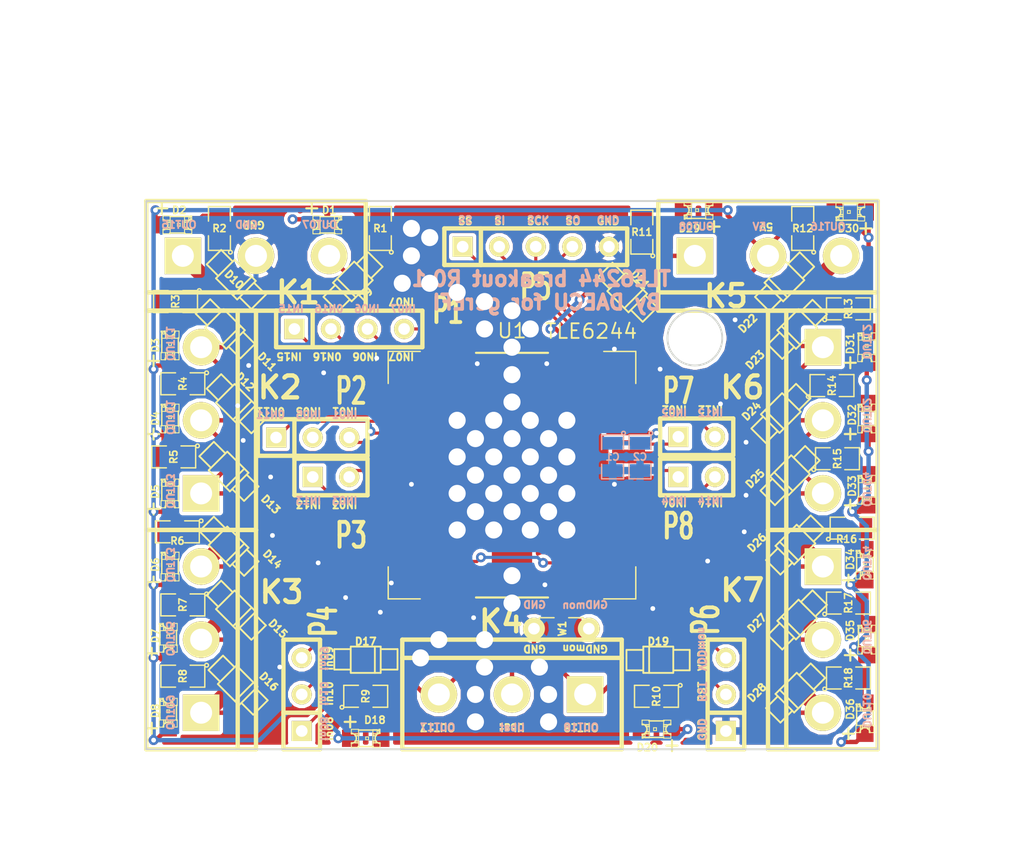
<source format=kicad_pcb>
(kicad_pcb (version 3) (host pcbnew "(2013-07-07 BZR 4022)-stable")
  (title_block (title "Breakout TLE6244") (rev R.01) (company http://gerefi.com/))
  (layers (15 F.Cu signal) (2 PWR power hide) (1 GND power hide) (0 B.Cu signal) (18 B.Paste user) (19 F.Paste user) (20 B.SilkS user) (21 F.SilkS user) (22 B.Mask user) (23 F.Mask user) (28 Edge.Cuts user))
  (net 0 "")
  (net 1 /5v)
  (net 2 /GNDmon)
  (net 3 /RST)
  (net 4 /SCK)
  (net 5 /SI)
  (net 6 /SO)
  (net 7 /SS)
  (net 8 /Ubatt)
  (net 9 /VDDmon)
  (net 10 /in01)
  (net 11 /in02)
  (net 12 /in03)
  (net 13 /in04)
  (net 14 /in05)
  (net 15 /in06)
  (net 16 /in07)
  (net 17 /in08)
  (net 18 /in09)
  (net 19 /in10)
  (net 20 /in11)
  (net 21 /in12)
  (net 22 /in13)
  (net 23 /in14)
  (net 24 /in15)
  (net 25 /in16)
  (net 26 /out01)
  (net 27 /out02)
  (net 28 /out03)
  (net 29 /out04)
  (net 30 /out05)
  (net 31 /out06)
  (net 32 /out07)
  (net 33 /out08)
  (net 34 /out09)
  (net 35 /out10)
  (net 36 /out11)
  (net 37 /out12)
  (net 38 /out13)
  (net 39 /out14)
  (net 40 /out15)
  (net 41 /out16)
  (net 42 /out17)
  (net 43 /out18)
  (net 44 GND)
  (net 45 N-0000026)
  (net 46 N-0000028)
  (net 47 N-0000029)
  (net 48 N-0000030)
  (net 49 N-0000033)
  (net 50 N-0000034)
  (net 51 N-0000039)
  (net 52 N-0000040)
  (net 53 N-0000041)
  (net 54 N-0000042)
  (net 55 N-0000043)
  (net 56 N-0000044)
  (net 57 N-0000059)
  (net 58 N-0000060)
  (net 59 N-0000061)
  (net 60 N-0000062)
  (net 61 N-0000063)
  (net 62 N-0000064)
  (net 63 N-0000065)
  (net 64 N-0000066)
  (net 65 N-0000068)
  (net 66 N-0000069)
  (net 67 N-0000070)
  (net 68 N-0000071)
  (net 69 N-0000072)
  (net 70 N-0000073)
  (net 71 N-0000074)
  (net 72 N-0000075)
  (net 73 N-0000076)
  (net 74 N-0000077)
  (net 75 N-0000078)
  (net 76 N-0000079)
  (net 77 N-0000080)
  (net 78 N-0000081)
  (net 79 N-0000083)
  (net 80 N-0000084)
  (module HiQUAD64 (layer F.Cu) (at 226.06 148.59)
    (fp_text reference U1 (at 0 -10.033) (layer F.SilkS) (effects (font (size 1.016 1.016) (thickness 0.127))))
    (fp_text value TLE6244 (at 5.5 -10) (layer F.SilkS) (effects (font (size 1.016 1.016) (thickness 0.127))))
    (pad 1 smd rect (at -8.09752 -6.17474 90) (size 0.29972 2.286) (layers F.Cu F.Paste F.Mask) (net 24 /in15))
    (pad 2 smd rect (at -8.09752 -5.5245 90) (size 0.29972 2.286) (layers F.Cu F.Paste F.Mask) (net 40 /out15))
    (pad 3 smd rect (at -8.09752 -4.87426 90) (size 0.29972 2.286) (layers F.Cu F.Paste F.Mask) (net 40 /out15))
    (pad 4 smd rect (at -8.09752 -4.22402 90) (size 0.29972 2.286) (layers F.Cu F.Paste F.Mask) (net 36 /out11))
    (pad 5 smd rect (at -8.09752 -3.57378 90) (size 0.29972 2.286) (layers F.Cu F.Paste F.Mask) (net 20 /in11))
    (pad 6 smd rect (at -8.09752 -2.92354 90) (size 0.29972 2.286) (layers F.Cu F.Paste F.Mask) (net 14 /in05))
    (pad 7 smd rect (at -8.09752 -2.2733 90) (size 0.29972 2.286) (layers F.Cu F.Paste F.Mask) (net 10 /in01))
    (pad 8 smd rect (at -8.09752 -1.62306 90) (size 0.29972 2.286) (layers F.Cu F.Paste F.Mask) (net 26 /out01))
    (pad 9 smd rect (at -8.09752 -0.97282 90) (size 0.29972 2.286) (layers F.Cu F.Paste F.Mask) (net 28 /out03))
    (pad 10 smd rect (at -8.09752 -0.32258 90) (size 0.29972 2.286) (layers F.Cu F.Paste F.Mask) (net 12 /in03))
    (pad 11 smd rect (at -8.09752 0.32258 90) (size 0.29972 2.286) (layers F.Cu F.Paste F.Mask) (net 44 GND))
    (pad 12 smd rect (at -8.09752 0.97282 90) (size 0.29972 2.286) (layers F.Cu F.Paste F.Mask) (net 44 GND))
    (pad 13 smd rect (at -8.09752 1.62306 90) (size 0.29972 2.286) (layers F.Cu F.Paste F.Mask) (net 22 /in13))
    (pad 14 smd rect (at -8.09752 2.2733 90) (size 0.29972 2.286) (layers F.Cu F.Paste F.Mask) (net 38 /out13))
    (pad 15 smd rect (at -8.09752 2.92354 90) (size 0.29972 2.286) (layers F.Cu F.Paste F.Mask) (net 38 /out13))
    (pad 16 smd rect (at -8.09752 3.57378 90) (size 0.29972 2.286) (layers F.Cu F.Paste F.Mask) (net 30 /out05))
    (pad 17 smd rect (at -8.09752 4.22402 90) (size 0.29972 2.286) (layers F.Cu F.Paste F.Mask) (net 30 /out05))
    (pad 18 smd rect (at -8.09752 4.87426 90) (size 0.29972 2.286) (layers F.Cu F.Paste F.Mask) (net 34 /out09))
    (pad 19 smd rect (at -8.09752 5.5245 90) (size 0.29972 2.286) (layers F.Cu F.Paste F.Mask) (net 34 /out09))
    (pad 20 smd rect (at -8.09752 6.17474 90) (size 0.29972 2.286) (layers F.Cu F.Paste F.Mask) (net 18 /in09))
    (pad 21 smd rect (at -6.07378 8.09752 180) (size 0.29972 2.286) (layers F.Cu F.Paste F.Mask))
    (pad 22 smd rect (at -5.42354 8.09752 180) (size 0.29972 2.286) (layers F.Cu F.Paste F.Mask) (net 17 /in08))
    (pad 23 smd rect (at -4.7733 8.09752 180) (size 0.29972 2.286) (layers F.Cu F.Paste F.Mask) (net 8 /Ubatt))
    (pad 24 smd rect (at -4.12306 8.09752 180) (size 0.29972 2.286) (layers F.Cu F.Paste F.Mask))
    (pad 25 smd rect (at -3.47282 8.09752 180) (size 0.29972 2.286) (layers F.Cu F.Paste F.Mask) (net 42 /out17))
    (pad 26 smd rect (at -2.82258 8.09752 180) (size 0.29972 2.286) (layers F.Cu F.Paste F.Mask) (net 44 GND))
    (pad 27 smd rect (at 2.82258 8.09752 180) (size 0.29972 2.286) (layers F.Cu F.Paste F.Mask) (net 44 GND))
    (pad 28 smd rect (at 3.47282 8.09752 180) (size 0.29972 2.286) (layers F.Cu F.Paste F.Mask) (net 43 /out18))
    (pad 29 smd rect (at 4.12306 8.09752 180) (size 0.29972 2.286) (layers F.Cu F.Paste F.Mask) (net 2 /GNDmon))
    (pad 30 smd rect (at 4.7733 8.09752 180) (size 0.29972 2.286) (layers F.Cu F.Paste F.Mask) (net 9 /VDDmon))
    (pad 31 smd rect (at 5.42354 8.09752 180) (size 0.29972 2.286) (layers F.Cu F.Paste F.Mask) (net 3 /RST))
    (pad 32 smd rect (at 6.07378 8.09752 180) (size 0.29972 2.286) (layers F.Cu F.Paste F.Mask))
    (pad 33 smd rect (at 8.09752 6.17474 270) (size 0.29972 2.286) (layers F.Cu F.Paste F.Mask) (net 19 /in10))
    (pad 34 smd rect (at 8.09752 5.5245 270) (size 0.29972 2.286) (layers F.Cu F.Paste F.Mask) (net 35 /out10))
    (pad 35 smd rect (at 8.09752 4.87426 270) (size 0.29972 2.286) (layers F.Cu F.Paste F.Mask) (net 35 /out10))
    (pad 36 smd rect (at 8.09752 4.22402 270) (size 0.29972 2.286) (layers F.Cu F.Paste F.Mask) (net 31 /out06))
    (pad 37 smd rect (at 8.09752 3.57378 270) (size 0.29972 2.286) (layers F.Cu F.Paste F.Mask) (net 31 /out06))
    (pad 38 smd rect (at 8.09752 2.92354 270) (size 0.29972 2.286) (layers F.Cu F.Paste F.Mask) (net 39 /out14))
    (pad 39 smd rect (at 8.09752 2.2733 270) (size 0.29972 2.286) (layers F.Cu F.Paste F.Mask) (net 39 /out14))
    (pad 40 smd rect (at 8.09752 1.62306 270) (size 0.29972 2.286) (layers F.Cu F.Paste F.Mask) (net 23 /in14))
    (pad 41 smd rect (at 8.09752 0.97282 270) (size 0.29972 2.286) (layers F.Cu F.Paste F.Mask) (net 44 GND))
    (pad 42 smd rect (at 8.09752 0.32258 270) (size 0.29972 2.286) (layers F.Cu F.Paste F.Mask) (net 44 GND))
    (pad 43 smd rect (at 8.09752 -0.32258 270) (size 0.29972 2.286) (layers F.Cu F.Paste F.Mask) (net 13 /in04))
    (pad 44 smd rect (at 8.09752 -0.97282 270) (size 0.29972 2.286) (layers F.Cu F.Paste F.Mask) (net 29 /out04))
    (pad 45 smd rect (at 8.09752 -1.62306 270) (size 0.29972 2.286) (layers F.Cu F.Paste F.Mask) (net 27 /out02))
    (pad 46 smd rect (at 8.09752 -2.2733 270) (size 0.29972 2.286) (layers F.Cu F.Paste F.Mask) (net 11 /in02))
    (pad 47 smd rect (at 8.09752 -2.92354 270) (size 0.29972 2.286) (layers F.Cu F.Paste F.Mask) (net 1 /5v))
    (pad 48 smd rect (at 8.09752 -3.57378 270) (size 0.29972 2.286) (layers F.Cu F.Paste F.Mask) (net 21 /in12))
    (pad 49 smd rect (at 8.09752 -4.22402 270) (size 0.29972 2.286) (layers F.Cu F.Paste F.Mask) (net 37 /out12))
    (pad 50 smd rect (at 8.09752 -4.87426 270) (size 0.29972 2.286) (layers F.Cu F.Paste F.Mask) (net 41 /out16))
    (pad 51 smd rect (at 8.09752 -5.5245 270) (size 0.29972 2.286) (layers F.Cu F.Paste F.Mask) (net 41 /out16))
    (pad 52 smd rect (at 8.09752 -6.17474 270) (size 0.29972 2.286) (layers F.Cu F.Paste F.Mask))
    (pad 53 smd rect (at 6.07378 -8.09752) (size 0.29972 2.286) (layers F.Cu F.Paste F.Mask) (net 6 /SO))
    (pad 54 smd rect (at 5.42354 -8.09752) (size 0.29972 2.286) (layers F.Cu F.Paste F.Mask) (net 4 /SCK))
    (pad 55 smd rect (at 4.7733 -8.09752) (size 0.29972 2.286) (layers F.Cu F.Paste F.Mask) (net 5 /SI))
    (pad 56 smd rect (at 4.12306 -8.09752) (size 0.29972 2.286) (layers F.Cu F.Paste F.Mask) (net 7 /SS))
    (pad 57 smd rect (at 3.47282 -8.09752) (size 0.29972 2.286) (layers F.Cu F.Paste F.Mask) (net 33 /out08))
    (pad 58 smd rect (at 2.82258 -8.09752) (size 0.29972 2.286) (layers F.Cu F.Paste F.Mask) (net 44 GND))
    (pad 59 smd rect (at -2.82258 -8.09752) (size 0.29972 2.286) (layers F.Cu F.Paste F.Mask) (net 44 GND))
    (pad 60 smd rect (at -3.47282 -8.09752) (size 0.29972 2.286) (layers F.Cu F.Paste F.Mask) (net 32 /out07))
    (pad 61 smd rect (at -4.12306 -8.09752) (size 0.29972 2.286) (layers F.Cu F.Paste F.Mask) (net 16 /in07))
    (pad 62 smd rect (at -4.7733 -8.09752) (size 0.29972 2.286) (layers F.Cu F.Paste F.Mask) (net 25 /in16))
    (pad 63 smd rect (at -5.42354 -8.09752) (size 0.29972 2.286) (layers F.Cu F.Paste F.Mask) (net 15 /in06))
    (pad 64 smd rect (at -6.07378 -8.09752) (size 0.29972 2.286) (layers F.Cu F.Paste F.Mask) (net 15 /in06))
    (pad slug smd rect (at 0 0 270) (size 9.5 9.5) (layers *.Paste *.Mask F.Cu) (net 44 GND))
    (pad slug smd rect (at 0 -6.858) (size 2.8 4.394) (layers F.Cu F.Paste F.Mask) (net 44 GND))
    (pad slug smd rect (at 0 6.858) (size 2.8 4.394) (layers F.Cu F.Paste F.Mask) (net 44 GND))
  )
  (module SIL-3 (layer F.Cu) (at 212.217 145.9738)
    (fp_text reference P2 (at 2.667 -3.2258) (layer F.SilkS) (effects (font (size 1.7907 1.07696) (thickness 0.3048))))
    (fp_text value CONN_3 hide)
    (pad 1 thru_hole rect (at -2.54 0) (size 1.397 1.397) (drill 0.8128) (layers *.Cu *.Mask F.SilkS) (net 20 /in11))
    (pad 2 thru_hole circle (at 0 0) (size 1.397 1.397) (drill 0.8128) (layers *.Cu *.Mask F.SilkS) (net 14 /in05))
    (pad 3 thru_hole circle (at 2.54 0) (size 1.397 1.397) (drill 0.8128) (layers *.Cu *.Mask F.SilkS) (net 10 /in01))
  )
  (module SOD-123 (layer F.Cu) (at 206.375 153.543 315)
    (fp_text reference D14 (at 2.783879 -1.526644 315) (layer F.SilkS) (effects (font (size 0.508 0.508) (thickness 0.127))))
    (fp_text value DIODE hide)
    (pad 1 smd rect (at -1.6256 -0.0254 315) (size 0.9652 1.27) (layers F.Cu F.Paste F.Mask) (net 70 N-0000073))
    (pad 2 smd rect (at 1.651 -0.0254 315) (size 0.9652 1.27) (layers F.Cu F.Paste F.Mask) (net 38 /out13))
  )
  (module SOD-123 (layer F.Cu) (at 245.872 158.623 225)
    (fp_text reference D27 (at 2.155261 1.796051 225) (layer F.SilkS) (effects (font (size 0.508 0.508) (thickness 0.127))))
    (fp_text value DIODE hide)
    (pad 1 smd rect (at -1.6256 -0.0254 225) (size 0.9652 1.27) (layers F.Cu F.Paste F.Mask) (net 57 N-0000059))
    (pad 2 smd rect (at 1.651 -0.0254 225) (size 0.9652 1.27) (layers F.Cu F.Paste F.Mask) (net 31 /out06))
  )
  (module SOD-123 (layer F.Cu) (at 245.745 153.416 225)
    (fp_text reference D26 (at 1.796051 1.975656 225) (layer F.SilkS) (effects (font (size 0.508 0.508) (thickness 0.127))))
    (fp_text value DIODE hide)
    (pad 1 smd rect (at -1.6256 -0.0254 225) (size 0.9652 1.27) (layers F.Cu F.Paste F.Mask) (net 61 N-0000063))
    (pad 2 smd rect (at 1.651 -0.0254 225) (size 0.9652 1.27) (layers F.Cu F.Paste F.Mask) (net 39 /out14))
  )
  (module SOD-123 (layer F.Cu) (at 245.364 148.59 225)
    (fp_text reference D25 (at 1.885854 1.526644 225) (layer F.SilkS) (effects (font (size 0.508 0.508) (thickness 0.127))))
    (fp_text value DIODE hide)
    (pad 1 smd rect (at -1.6256 -0.0254 225) (size 0.9652 1.27) (layers F.Cu F.Paste F.Mask) (net 63 N-0000065))
    (pad 2 smd rect (at 1.651 -0.0254 225) (size 0.9652 1.27) (layers F.Cu F.Paste F.Mask) (net 29 /out04))
  )
  (module SOD-123 (layer F.Cu) (at 245.745 163.703 225)
    (fp_text reference D28 (at 1.885854 1.885854 225) (layer F.SilkS) (effects (font (size 0.508 0.508) (thickness 0.127))))
    (fp_text value DIODE hide)
    (pad 1 smd rect (at -1.6256 -0.0254 225) (size 0.9652 1.27) (layers F.Cu F.Paste F.Mask) (net 58 N-0000060))
    (pad 2 smd rect (at 1.651 -0.0254 225) (size 0.9652 1.27) (layers F.Cu F.Paste F.Mask) (net 35 /out10))
  )
  (module SOD-123 (layer F.Cu) (at 244.729 144.272 225)
    (fp_text reference D24 (at 1.347038 1.526644 225) (layer F.SilkS) (effects (font (size 0.508 0.508) (thickness 0.127))))
    (fp_text value DIODE hide)
    (pad 1 smd rect (at -1.6256 -0.0254 225) (size 0.9652 1.27) (layers F.Cu F.Paste F.Mask) (net 75 N-0000078))
    (pad 2 smd rect (at 1.651 -0.0254 225) (size 0.9652 1.27) (layers F.Cu F.Paste F.Mask) (net 27 /out02))
  )
  (module SOD-123 (layer F.Cu) (at 206.883 135.001 315)
    (fp_text reference D10 (at -0.089803 0.089803 315) (layer F.SilkS) (effects (font (size 0.508 0.508) (thickness 0.127))))
    (fp_text value DIODE hide)
    (pad 1 smd rect (at -1.6256 -0.0254 315) (size 0.9652 1.27) (layers F.Cu F.Paste F.Mask) (net 56 N-0000044))
    (pad 2 smd rect (at 1.651 -0.0254 315) (size 0.9652 1.27) (layers F.Cu F.Paste F.Mask) (net 40 /out15))
  )
  (module SOD-123 (layer F.Cu) (at 245.872 138.43 225)
    (fp_text reference D23 (at 3.592102 0.538815 225) (layer F.SilkS) (effects (font (size 0.508 0.508) (thickness 0.127))))
    (fp_text value DIODE hide)
    (pad 1 smd rect (at -1.6256 -0.0254 225) (size 0.9652 1.27) (layers F.Cu F.Paste F.Mask) (net 77 N-0000080))
    (pad 2 smd rect (at 1.651 -0.0254 225) (size 0.9652 1.27) (layers F.Cu F.Paste F.Mask) (net 37 /out12))
  )
  (module SOD-123 (layer F.Cu) (at 207.01 163.195 315)
    (fp_text reference D16 (at 1.347038 -1.706249 315) (layer F.SilkS) (effects (font (size 0.508 0.508) (thickness 0.127))))
    (fp_text value DIODE hide)
    (pad 1 smd rect (at -1.6256 -0.0254 315) (size 0.9652 1.27) (layers F.Cu F.Paste F.Mask) (net 79 N-0000083))
    (pad 2 smd rect (at 1.651 -0.0254 315) (size 0.9652 1.27) (layers F.Cu F.Paste F.Mask) (net 34 /out09))
  )
  (module SOD-123 (layer F.Cu) (at 236.22 161.417 180)
    (fp_text reference D19 (at 0 1.27 180) (layer F.SilkS) (effects (font (size 0.508 0.508) (thickness 0.127))))
    (fp_text value DIODE hide)
    (pad 1 smd rect (at -1.6256 -0.0254 180) (size 0.9652 1.27) (layers F.Cu F.Paste F.Mask) (net 65 N-0000068))
    (pad 2 smd rect (at 1.651 -0.0254 180) (size 0.9652 1.27) (layers F.Cu F.Paste F.Mask) (net 43 /out18))
  )
  (module SOD-123 (layer F.Cu) (at 206.883 157.988 315)
    (fp_text reference D15 (at 2.963485 -1.167433 315) (layer F.SilkS) (effects (font (size 0.508 0.508) (thickness 0.127))))
    (fp_text value DIODE hide)
    (pad 1 smd rect (at -1.6256 -0.0254 315) (size 0.9652 1.27) (layers F.Cu F.Paste F.Mask) (net 69 N-0000072))
    (pad 2 smd rect (at 1.651 -0.0254 315) (size 0.9652 1.27) (layers F.Cu F.Paste F.Mask) (net 30 /out05))
  )
  (module SOD-123 (layer F.Cu) (at 215.011 135.128 225)
    (fp_text reference D9 (at 0 -1.27 225) (layer F.SilkS) (effects (font (size 0.508 0.508) (thickness 0.127))))
    (fp_text value DIODE hide)
    (pad 1 smd rect (at -1.6256 -0.0254 225) (size 0.9652 1.27) (layers F.Cu F.Paste F.Mask) (net 45 N-0000026))
    (pad 2 smd rect (at 1.651 -0.0254 225) (size 0.9652 1.27) (layers F.Cu F.Paste F.Mask) (net 32 /out07))
  )
  (module SOD-123 (layer F.Cu) (at 206.375 148.336 315)
    (fp_text reference D13 (at 3.681905 -0.449013 315) (layer F.SilkS) (effects (font (size 0.508 0.508) (thickness 0.127))))
    (fp_text value DIODE hide)
    (pad 1 smd rect (at -1.6256 -0.0254 315) (size 0.9652 1.27) (layers F.Cu F.Paste F.Mask) (net 72 N-0000075))
    (pad 2 smd rect (at 1.651 -0.0254 315) (size 0.9652 1.27) (layers F.Cu F.Paste F.Mask) (net 28 /out03))
  )
  (module SOD-123 (layer F.Cu) (at 206.883 143.637 315)
    (fp_text reference D12 (at -0.628618 -1.526644 315) (layer F.SilkS) (effects (font (size 0.508 0.508) (thickness 0.127))))
    (fp_text value DIODE hide)
    (pad 1 smd rect (at -1.6256 -0.0254 315) (size 0.9652 1.27) (layers F.Cu F.Paste F.Mask) (net 73 N-0000076))
    (pad 2 smd rect (at 1.651 -0.0254 315) (size 0.9652 1.27) (layers F.Cu F.Paste F.Mask) (net 26 /out01))
  )
  (module SOD-123 (layer F.Cu) (at 206.121 138.43 315)
    (fp_text reference D11 (at 3.681905 -0.449013 315) (layer F.SilkS) (effects (font (size 0.508 0.508) (thickness 0.127))))
    (fp_text value DIODE hide)
    (pad 1 smd rect (at -1.6256 -0.0254 315) (size 0.9652 1.27) (layers F.Cu F.Paste F.Mask) (net 52 N-0000040))
    (pad 2 smd rect (at 1.651 -0.0254 315) (size 0.9652 1.27) (layers F.Cu F.Paste F.Mask) (net 36 /out11))
  )
  (module SOD-123 (layer F.Cu) (at 215.9 161.417)
    (fp_text reference D17 (at 0 -1.27) (layer F.SilkS) (effects (font (size 0.508 0.508) (thickness 0.127))))
    (fp_text value DIODE hide)
    (pad 1 smd rect (at -1.6256 -0.0254) (size 0.9652 1.27) (layers F.Cu F.Paste F.Mask) (net 49 N-0000033))
    (pad 2 smd rect (at 1.651 -0.0254) (size 0.9652 1.27) (layers F.Cu F.Paste F.Mask) (net 42 /out17))
  )
  (module SOD-123 (layer F.Cu) (at 244.983 135.128 225)
    (fp_text reference D22 (at 3.86151 -0.269408 225) (layer F.SilkS) (effects (font (size 0.508 0.508) (thickness 0.127))))
    (fp_text value DIODE hide)
    (pad 1 smd rect (at -1.6256 -0.0254 225) (size 0.9652 1.27) (layers F.Cu F.Paste F.Mask) (net 53 N-0000041))
    (pad 2 smd rect (at 1.651 -0.0254 225) (size 0.9652 1.27) (layers F.Cu F.Paste F.Mask) (net 41 /out16))
  )
  (module SOD-123 (layer F.Cu) (at 234.061 135.89 315)
    (fp_text reference D21 (at 0 -1.27 315) (layer F.SilkS) (effects (font (size 0.508 0.508) (thickness 0.127))))
    (fp_text value DIODE hide)
    (pad 1 smd rect (at -1.6256 -0.0254 315) (size 0.9652 1.27) (layers F.Cu F.Paste F.Mask) (net 46 N-0000028))
    (pad 2 smd rect (at 1.651 -0.0254 315) (size 0.9652 1.27) (layers F.Cu F.Paste F.Mask) (net 33 /out08))
  )
  (module SM0805_jumper (layer F.Cu) (at 229.489 159.258)
    (fp_text reference W1 (at 0.0635 0 90) (layer F.SilkS) (effects (font (size 0.508 0.508) (thickness 0.127))))
    (fp_text value TEST hide)
    (pad 2 smd rect (at 1.27 0) (size 1.524 0.2032) (layers F.Cu F.Paste F.Mask) (net 2 /GNDmon))
    (pad 1 smd rect (at -0.9525 0) (size 0.889 1.397) (layers F.Cu F.Paste F.Mask) (net 44 GND))
    (pad 2 smd rect (at 0.9525 0) (size 0.889 1.397) (layers F.Cu F.Paste F.Mask) (net 2 /GNDmon))
    (pad 2 thru_hole circle (at 1.905 0) (size 1.524 1.524) (drill 0.8128) (layers *.Cu *.Mask F.SilkS) (net 2 /GNDmon))
    (pad 1 thru_hole circle (at -1.905 0) (size 1.524 1.524) (drill 0.8128) (layers *.Cu *.Mask F.SilkS) (net 44 GND))
    (pad 1 smd rect (at -1.27 0) (size 1.524 0.2032) (layers F.Cu F.Paste F.Mask) (net 44 GND))
  )
  (module SM0805 (layer F.Cu) (at 249.428 137.033)
    (fp_text reference R13 (at 0 0 90) (layer F.SilkS) (effects (font (size 0.50038 0.50038) (thickness 0.10922))))
    (fp_text value 1K hide)
    (pad 1 smd rect (at -0.9525 0) (size 0.889 1.397) (layers F.Cu F.Paste F.Mask) (net 77 N-0000080))
    (pad 2 smd rect (at 0.9525 0) (size 0.889 1.397) (layers F.Cu F.Paste F.Mask) (net 78 N-0000081))
  )
  (module SM0805 (layer F.Cu) (at 249.428 157.48)
    (fp_text reference R17 (at 0 0 90) (layer F.SilkS) (effects (font (size 0.50038 0.50038) (thickness 0.10922))))
    (fp_text value 1K hide)
    (pad 1 smd rect (at -0.9525 0) (size 0.889 1.397) (layers F.Cu F.Paste F.Mask) (net 57 N-0000059))
    (pad 2 smd rect (at 0.9525 0) (size 0.889 1.397) (layers F.Cu F.Paste F.Mask) (net 60 N-0000062))
  )
  (module SM0805 (layer F.Cu) (at 215.9 163.957)
    (fp_text reference R9 (at 0 0 90) (layer F.SilkS) (effects (font (size 0.50038 0.50038) (thickness 0.10922))))
    (fp_text value 1K hide)
    (pad 1 smd rect (at -0.9525 0) (size 0.889 1.397) (layers F.Cu F.Paste F.Mask) (net 49 N-0000033))
    (pad 2 smd rect (at 0.9525 0) (size 0.889 1.397) (layers F.Cu F.Paste F.Mask) (net 50 N-0000034))
  )
  (module SM0805 (layer F.Cu) (at 249.428 162.687)
    (fp_text reference R18 (at 0 0 90) (layer F.SilkS) (effects (font (size 0.50038 0.50038) (thickness 0.10922))))
    (fp_text value 1K hide)
    (pad 1 smd rect (at -0.9525 0) (size 0.889 1.397) (layers F.Cu F.Paste F.Mask) (net 58 N-0000060))
    (pad 2 smd rect (at 0.9525 0) (size 0.889 1.397) (layers F.Cu F.Paste F.Mask) (net 59 N-0000061))
  )
  (module SM0805 (layer F.Cu) (at 249.682 152.273)
    (fp_text reference R16 (at -0.381 0.762) (layer F.SilkS) (effects (font (size 0.50038 0.50038) (thickness 0.10922))))
    (fp_text value 1K hide)
    (pad 1 smd rect (at -0.9525 0) (size 0.889 1.397) (layers F.Cu F.Paste F.Mask) (net 61 N-0000063))
    (pad 2 smd rect (at 0.9525 0) (size 0.889 1.397) (layers F.Cu F.Paste F.Mask) (net 62 N-0000064))
  )
  (module SM0805 (layer F.Cu) (at 248.666 147.447)
    (fp_text reference R15 (at 0 0 90) (layer F.SilkS) (effects (font (size 0.50038 0.50038) (thickness 0.10922))))
    (fp_text value 1K hide)
    (pad 1 smd rect (at -0.9525 0) (size 0.889 1.397) (layers F.Cu F.Paste F.Mask) (net 63 N-0000065))
    (pad 2 smd rect (at 0.9525 0) (size 0.889 1.397) (layers F.Cu F.Paste F.Mask) (net 64 N-0000066))
  )
  (module SM0805 (layer F.Cu) (at 205.74 131.445 90)
    (fp_text reference R2 (at 0 0 180) (layer F.SilkS) (effects (font (size 0.50038 0.50038) (thickness 0.10922))))
    (fp_text value 1K hide)
    (pad 1 smd rect (at -0.9525 0 90) (size 0.889 1.397) (layers F.Cu F.Paste F.Mask) (net 56 N-0000044))
    (pad 2 smd rect (at 0.9525 0 90) (size 0.889 1.397) (layers F.Cu F.Paste F.Mask) (net 55 N-0000043))
  )
  (module SM0805 (layer B.Cu) (at 233.045 147.32 270)
    (fp_text reference C1 (at 0 0 540) (layer B.SilkS) (effects (font (size 0.50038 0.50038) (thickness 0.10922)) (justify mirror)))
    (fp_text value 1uF hide)
    (pad 1 smd rect (at -0.9525 0 270) (size 0.889 1.397) (layers B.Cu B.Paste B.Mask) (net 1 /5v))
    (pad 2 smd rect (at 0.9525 0 270) (size 0.889 1.397) (layers B.Cu B.Paste B.Mask) (net 44 GND))
  )
  (module SM0805 (layer F.Cu) (at 248.285 142.367)
    (fp_text reference R14 (at 0 0 90) (layer F.SilkS) (effects (font (size 0.50038 0.50038) (thickness 0.10922))))
    (fp_text value 1K hide)
    (pad 1 smd rect (at -0.9525 0) (size 0.889 1.397) (layers F.Cu F.Paste F.Mask) (net 75 N-0000078))
    (pad 2 smd rect (at 0.9525 0) (size 0.889 1.397) (layers F.Cu F.Paste F.Mask) (net 76 N-0000079))
  )
  (module SM0805 (layer F.Cu) (at 246.253 131.445 90)
    (fp_text reference R12 (at 0 0 180) (layer F.SilkS) (effects (font (size 0.50038 0.50038) (thickness 0.10922))))
    (fp_text value 1K hide)
    (pad 1 smd rect (at -0.9525 0 90) (size 0.889 1.397) (layers F.Cu F.Paste F.Mask) (net 53 N-0000041))
    (pad 2 smd rect (at 0.9525 0 90) (size 0.889 1.397) (layers F.Cu F.Paste F.Mask) (net 54 N-0000042))
  )
  (module SM0805 (layer F.Cu) (at 236.093 163.957 180)
    (fp_text reference R10 (at 0 0 270) (layer F.SilkS) (effects (font (size 0.50038 0.50038) (thickness 0.10922))))
    (fp_text value 1K hide)
    (pad 1 smd rect (at -0.9525 0 180) (size 0.889 1.397) (layers F.Cu F.Paste F.Mask) (net 65 N-0000068))
    (pad 2 smd rect (at 0.9525 0 180) (size 0.889 1.397) (layers F.Cu F.Paste F.Mask) (net 66 N-0000069))
  )
  (module SM0805 (layer B.Cu) (at 234.95 147.32 270)
    (fp_text reference C2 (at 0 0 540) (layer B.SilkS) (effects (font (size 0.50038 0.50038) (thickness 0.10922)) (justify mirror)))
    (fp_text value .01uF hide)
    (pad 1 smd rect (at -0.9525 0 270) (size 0.889 1.397) (layers B.Cu B.Paste B.Mask) (net 1 /5v))
    (pad 2 smd rect (at 0.9525 0 270) (size 0.889 1.397) (layers B.Cu B.Paste B.Mask) (net 44 GND))
  )
  (module SM0805 (layer F.Cu) (at 203.2 162.56 180)
    (fp_text reference R8 (at 0 0 270) (layer F.SilkS) (effects (font (size 0.50038 0.50038) (thickness 0.10922))))
    (fp_text value 1K hide)
    (pad 1 smd rect (at -0.9525 0 180) (size 0.889 1.397) (layers F.Cu F.Paste F.Mask) (net 79 N-0000083))
    (pad 2 smd rect (at 0.9525 0 180) (size 0.889 1.397) (layers F.Cu F.Paste F.Mask) (net 80 N-0000084))
  )
  (module SM0805 (layer F.Cu) (at 202.692 136.525 180)
    (fp_text reference R3 (at 0 0 270) (layer F.SilkS) (effects (font (size 0.50038 0.50038) (thickness 0.10922))))
    (fp_text value 1K hide)
    (pad 1 smd rect (at -0.9525 0 180) (size 0.889 1.397) (layers F.Cu F.Paste F.Mask) (net 52 N-0000040))
    (pad 2 smd rect (at 0.9525 0 180) (size 0.889 1.397) (layers F.Cu F.Paste F.Mask) (net 51 N-0000039))
  )
  (module SM0805 (layer F.Cu) (at 216.916 131.445 90)
    (fp_text reference R1 (at 0 0 180) (layer F.SilkS) (effects (font (size 0.50038 0.50038) (thickness 0.10922))))
    (fp_text value 1K hide)
    (pad 1 smd rect (at -0.9525 0 90) (size 0.889 1.397) (layers F.Cu F.Paste F.Mask) (net 45 N-0000026))
    (pad 2 smd rect (at 0.9525 0 90) (size 0.889 1.397) (layers F.Cu F.Paste F.Mask) (net 48 N-0000030))
  )
  (module SM0805 (layer F.Cu) (at 203.2 157.607 180)
    (fp_text reference R7 (at 0 0 270) (layer F.SilkS) (effects (font (size 0.50038 0.50038) (thickness 0.10922))))
    (fp_text value 1K hide)
    (pad 1 smd rect (at -0.9525 0 180) (size 0.889 1.397) (layers F.Cu F.Paste F.Mask) (net 69 N-0000072))
    (pad 2 smd rect (at 0.9525 0 180) (size 0.889 1.397) (layers F.Cu F.Paste F.Mask) (net 68 N-0000071))
  )
  (module SM0805 (layer F.Cu) (at 202.819 152.527 180)
    (fp_text reference R6 (at 0 -0.635 180) (layer F.SilkS) (effects (font (size 0.50038 0.50038) (thickness 0.10922))))
    (fp_text value 1K hide)
    (pad 1 smd rect (at -0.9525 0 180) (size 0.889 1.397) (layers F.Cu F.Paste F.Mask) (net 70 N-0000073))
    (pad 2 smd rect (at 0.9525 0 180) (size 0.889 1.397) (layers F.Cu F.Paste F.Mask) (net 71 N-0000074))
  )
  (module SM0805 (layer F.Cu) (at 235.077 131.699 90)
    (fp_text reference R11 (at 0 0 180) (layer F.SilkS) (effects (font (size 0.50038 0.50038) (thickness 0.10922))))
    (fp_text value 1K hide)
    (pad 1 smd rect (at -0.9525 0 90) (size 0.889 1.397) (layers F.Cu F.Paste F.Mask) (net 46 N-0000028))
    (pad 2 smd rect (at 0.9525 0 90) (size 0.889 1.397) (layers F.Cu F.Paste F.Mask) (net 47 N-0000029))
  )
  (module SM0805 (layer F.Cu) (at 202.565 147.32 180)
    (fp_text reference R5 (at 0 0 270) (layer F.SilkS) (effects (font (size 0.50038 0.50038) (thickness 0.10922))))
    (fp_text value 1K hide)
    (pad 1 smd rect (at -0.9525 0 180) (size 0.889 1.397) (layers F.Cu F.Paste F.Mask) (net 72 N-0000075))
    (pad 2 smd rect (at 0.9525 0 180) (size 0.889 1.397) (layers F.Cu F.Paste F.Mask) (net 67 N-0000070))
  )
  (module SM0805 (layer F.Cu) (at 203.2 142.24 180)
    (fp_text reference R4 (at 0 0 270) (layer F.SilkS) (effects (font (size 0.50038 0.50038) (thickness 0.10922))))
    (fp_text value 1K hide)
    (pad 1 smd rect (at -0.9525 0 180) (size 0.889 1.397) (layers F.Cu F.Paste F.Mask) (net 73 N-0000076))
    (pad 2 smd rect (at 0.9525 0 180) (size 0.889 1.397) (layers F.Cu F.Paste F.Mask) (net 74 N-0000077))
  )
  (module LED-0805_A (layer F.Cu) (at 215.9 166.878)
    (fp_text reference D18 (at 0.635 -1.27) (layer F.SilkS) (effects (font (size 0.508 0.508) (thickness 0.10922))))
    (fp_text value LED-red hide)
    (pad 1 smd rect (at -1.04902 0) (size 1.19888 1.19888) (layers F.Cu F.Paste F.Mask) (net 1 /5v))
    (pad 2 smd rect (at 1.04902 0) (size 1.19888 1.19888) (layers F.Cu F.Paste F.Mask) (net 50 N-0000034))
  )
  (module LED-0805_A (layer F.Cu) (at 239.014 130.175 180)
    (fp_text reference D29 (at 0.635 -1.27 180) (layer F.SilkS) (effects (font (size 0.508 0.508) (thickness 0.10922))))
    (fp_text value LED-red hide)
    (pad 1 smd rect (at -1.04902 0 180) (size 1.19888 1.19888) (layers F.Cu F.Paste F.Mask) (net 1 /5v))
    (pad 2 smd rect (at 1.04902 0 180) (size 1.19888 1.19888) (layers F.Cu F.Paste F.Mask) (net 47 N-0000029))
  )
  (module LED-0805_A (layer F.Cu) (at 202.311 149.86 90)
    (fp_text reference D5 (at 0.127 -1.016 90) (layer F.SilkS) (effects (font (size 0.508 0.508) (thickness 0.10922))))
    (fp_text value LED-red hide)
    (pad 1 smd rect (at -1.04902 0 90) (size 1.19888 1.19888) (layers F.Cu F.Paste F.Mask) (net 1 /5v))
    (pad 2 smd rect (at 1.04902 0 90) (size 1.19888 1.19888) (layers F.Cu F.Paste F.Mask) (net 67 N-0000070))
  )
  (module LED-0805_A (layer F.Cu) (at 202.311 154.94 90)
    (fp_text reference D6 (at 0.127 -1.016 90) (layer F.SilkS) (effects (font (size 0.508 0.508) (thickness 0.10922))))
    (fp_text value LED-red hide)
    (pad 1 smd rect (at -1.04902 0 90) (size 1.19888 1.19888) (layers F.Cu F.Paste F.Mask) (net 1 /5v))
    (pad 2 smd rect (at 1.04902 0 90) (size 1.19888 1.19888) (layers F.Cu F.Paste F.Mask) (net 71 N-0000074))
  )
  (module LED-0805_A (layer F.Cu) (at 213.233 131.191)
    (fp_text reference D1 (at 0.127 -1.016) (layer F.SilkS) (effects (font (size 0.508 0.508) (thickness 0.10922))))
    (fp_text value LED-red hide)
    (pad 1 smd rect (at -1.04902 0) (size 1.19888 1.19888) (layers F.Cu F.Paste F.Mask) (net 1 /5v))
    (pad 2 smd rect (at 1.04902 0) (size 1.19888 1.19888) (layers F.Cu F.Paste F.Mask) (net 48 N-0000030))
  )
  (module LED-0805_A (layer F.Cu) (at 202.184 159.893 90)
    (fp_text reference D7 (at 0.127 -0.889 90) (layer F.SilkS) (effects (font (size 0.508 0.508) (thickness 0.10922))))
    (fp_text value LED-red hide)
    (pad 1 smd rect (at -1.04902 0 90) (size 1.19888 1.19888) (layers F.Cu F.Paste F.Mask) (net 1 /5v))
    (pad 2 smd rect (at 1.04902 0 90) (size 1.19888 1.19888) (layers F.Cu F.Paste F.Mask) (net 68 N-0000071))
  )
  (module LED-0805_A (layer F.Cu) (at 202.311 144.653 90)
    (fp_text reference D4 (at 0 -1.016 90) (layer F.SilkS) (effects (font (size 0.508 0.508) (thickness 0.10922))))
    (fp_text value LED-red hide)
    (pad 1 smd rect (at -1.04902 0 90) (size 1.19888 1.19888) (layers F.Cu F.Paste F.Mask) (net 1 /5v))
    (pad 2 smd rect (at 1.04902 0 90) (size 1.19888 1.19888) (layers F.Cu F.Paste F.Mask) (net 74 N-0000077))
  )
  (module LED-0805_A (layer F.Cu) (at 202.311 139.573 90)
    (fp_text reference D3 (at 0 -1.016 90) (layer F.SilkS) (effects (font (size 0.508 0.508) (thickness 0.10922))))
    (fp_text value LED-red hide)
    (pad 1 smd rect (at -1.04902 0 90) (size 1.19888 1.19888) (layers F.Cu F.Paste F.Mask) (net 1 /5v))
    (pad 2 smd rect (at 1.04902 0 90) (size 1.19888 1.19888) (layers F.Cu F.Paste F.Mask) (net 51 N-0000039))
  )
  (module LED-0805_A (layer F.Cu) (at 249.555 130.302 180)
    (fp_text reference D30 (at 0.127 -1.143 180) (layer F.SilkS) (effects (font (size 0.508 0.508) (thickness 0.10922))))
    (fp_text value LED-red hide)
    (pad 1 smd rect (at -1.04902 0 180) (size 1.19888 1.19888) (layers F.Cu F.Paste F.Mask) (net 1 /5v))
    (pad 2 smd rect (at 1.04902 0 180) (size 1.19888 1.19888) (layers F.Cu F.Paste F.Mask) (net 54 N-0000042))
  )
  (module LED-0805_A (layer F.Cu) (at 202.819 131.191)
    (fp_text reference D2 (at 0.127 -1.016) (layer F.SilkS) (effects (font (size 0.508 0.508) (thickness 0.10922))))
    (fp_text value LED-red hide)
    (pad 1 smd rect (at -1.04902 0) (size 1.19888 1.19888) (layers F.Cu F.Paste F.Mask) (net 1 /5v))
    (pad 2 smd rect (at 1.04902 0) (size 1.19888 1.19888) (layers F.Cu F.Paste F.Mask) (net 55 N-0000043))
  )
  (module LED-0805_A (layer F.Cu) (at 250.698 160.02 90)
    (fp_text reference D35 (at 0.635 -1.143 90) (layer F.SilkS) (effects (font (size 0.508 0.508) (thickness 0.10922))))
    (fp_text value LED-red hide)
    (pad 1 smd rect (at -1.04902 0 90) (size 1.19888 1.19888) (layers F.Cu F.Paste F.Mask) (net 1 /5v))
    (pad 2 smd rect (at 1.04902 0 90) (size 1.19888 1.19888) (layers F.Cu F.Paste F.Mask) (net 60 N-0000062))
  )
  (module LED-0805_A (layer F.Cu) (at 202.184 165.1 90)
    (fp_text reference D8 (at 0.127 -0.889 90) (layer F.SilkS) (effects (font (size 0.508 0.508) (thickness 0.10922))))
    (fp_text value LED-red hide)
    (pad 1 smd rect (at -1.04902 0 90) (size 1.19888 1.19888) (layers F.Cu F.Paste F.Mask) (net 1 /5v))
    (pad 2 smd rect (at 1.04902 0 90) (size 1.19888 1.19888) (layers F.Cu F.Paste F.Mask) (net 80 N-0000084))
  )
  (module LED-0805_A (layer F.Cu) (at 236.093 166.243 180)
    (fp_text reference D20 (at 0.635 -1.27 180) (layer F.SilkS) (effects (font (size 0.508 0.508) (thickness 0.10922))))
    (fp_text value LED-red hide)
    (pad 1 smd rect (at -1.04902 0 180) (size 1.19888 1.19888) (layers F.Cu F.Paste F.Mask) (net 1 /5v))
    (pad 2 smd rect (at 1.04902 0 180) (size 1.19888 1.19888) (layers F.Cu F.Paste F.Mask) (net 66 N-0000069))
  )
  (module LED-0805_A (layer F.Cu) (at 250.698 139.7 90)
    (fp_text reference D31 (at 0.254 -1.143 90) (layer F.SilkS) (effects (font (size 0.508 0.508) (thickness 0.10922))))
    (fp_text value LED-red hide)
    (pad 1 smd rect (at -1.04902 0 90) (size 1.19888 1.19888) (layers F.Cu F.Paste F.Mask) (net 1 /5v))
    (pad 2 smd rect (at 1.04902 0 90) (size 1.19888 1.19888) (layers F.Cu F.Paste F.Mask) (net 78 N-0000081))
  )
  (module LED-0805_A (layer F.Cu) (at 250.698 144.653 90)
    (fp_text reference D32 (at 0.254 -1.016 90) (layer F.SilkS) (effects (font (size 0.508 0.508) (thickness 0.10922))))
    (fp_text value LED-red hide)
    (pad 1 smd rect (at -1.04902 0 90) (size 1.19888 1.19888) (layers F.Cu F.Paste F.Mask) (net 1 /5v))
    (pad 2 smd rect (at 1.04902 0 90) (size 1.19888 1.19888) (layers F.Cu F.Paste F.Mask) (net 76 N-0000079))
  )
  (module LED-0805_A (layer F.Cu) (at 250.698 149.606 90)
    (fp_text reference D33 (at 0.254 -1.016 90) (layer F.SilkS) (effects (font (size 0.508 0.508) (thickness 0.10922))))
    (fp_text value LED-red hide)
    (pad 1 smd rect (at -1.04902 0 90) (size 1.19888 1.19888) (layers F.Cu F.Paste F.Mask) (net 1 /5v))
    (pad 2 smd rect (at 1.04902 0 90) (size 1.19888 1.19888) (layers F.Cu F.Paste F.Mask) (net 64 N-0000066))
  )
  (module LED-0805_A (layer F.Cu) (at 250.571 165.481 90)
    (fp_text reference D36 (at 0.635 -1.016 90) (layer F.SilkS) (effects (font (size 0.508 0.508) (thickness 0.10922))))
    (fp_text value LED-red hide)
    (pad 1 smd rect (at -1.04902 0 90) (size 1.19888 1.19888) (layers F.Cu F.Paste F.Mask) (net 1 /5v))
    (pad 2 smd rect (at 1.04902 0 90) (size 1.19888 1.19888) (layers F.Cu F.Paste F.Mask) (net 59 N-0000061))
  )
  (module LED-0805_A (layer F.Cu) (at 250.571 154.813 90)
    (fp_text reference D34 (at 0.381 -1.016 90) (layer F.SilkS) (effects (font (size 0.508 0.508) (thickness 0.10922))))
    (fp_text value LED-red hide)
    (pad 1 smd rect (at -1.04902 0 90) (size 1.19888 1.19888) (layers F.Cu F.Paste F.Mask) (net 1 /5v))
    (pad 2 smd rect (at 1.04902 0 90) (size 1.19888 1.19888) (layers F.Cu F.Paste F.Mask) (net 62 N-0000064))
  )
  (module bornier3 (layer F.Cu) (at 243.84 133.35)
    (fp_text reference K5 (at -2.921 2.794) (layer F.SilkS) (effects (font (size 1.524 1.524) (thickness 0.3048))))
    (fp_text value CONN_3 hide)
    (pad 1 thru_hole rect (at -5.08 0) (size 2.54 2.54) (drill 1.524) (layers *.Cu *.Mask F.SilkS) (net 33 /out08))
    (pad 2 thru_hole circle (at 0 0) (size 2.54 2.54) (drill 1.524) (layers *.Cu *.Mask F.SilkS) (net 1 /5v))
    (pad 3 thru_hole circle (at 5.08 0) (size 2.54 2.54) (drill 1.524) (layers *.Cu *.Mask F.SilkS) (net 41 /out16))
  )
  (module bornier3 (layer F.Cu) (at 247.65 144.78 270)
    (fp_text reference K6 (at -2.286 5.588 360) (layer F.SilkS) (effects (font (size 1.524 1.524) (thickness 0.3048))))
    (fp_text value CONN_3 hide)
    (pad 1 thru_hole rect (at -5.08 0 270) (size 2.54 2.54) (drill 1.524) (layers *.Cu *.Mask F.SilkS) (net 37 /out12))
    (pad 2 thru_hole circle (at 0 0 270) (size 2.54 2.54) (drill 1.524) (layers *.Cu *.Mask F.SilkS) (net 27 /out02))
    (pad 3 thru_hole circle (at 5.08 0 270) (size 2.54 2.54) (drill 1.524) (layers *.Cu *.Mask F.SilkS) (net 29 /out04))
  )
  (module bornier3 (layer F.Cu) (at 208.28 133.35)
    (fp_text reference K1 (at 2.921 2.54) (layer F.SilkS) (effects (font (size 1.524 1.524) (thickness 0.3048))))
    (fp_text value CONN_3 hide)
    (pad 1 thru_hole rect (at -5.08 0) (size 2.54 2.54) (drill 1.524) (layers *.Cu *.Mask F.SilkS) (net 40 /out15))
    (pad 2 thru_hole circle (at 0 0) (size 2.54 2.54) (drill 1.524) (layers *.Cu *.Mask F.SilkS) (net 44 GND))
    (pad 3 thru_hole circle (at 5.08 0) (size 2.54 2.54) (drill 1.524) (layers *.Cu *.Mask F.SilkS) (net 32 /out07))
  )
  (module bornier3 (layer F.Cu) (at 226.06 163.83 180)
    (fp_text reference K4 (at 0.762 5.08 180) (layer F.SilkS) (effects (font (size 1.524 1.524) (thickness 0.3048))))
    (fp_text value CONN_3 hide)
    (pad 1 thru_hole rect (at -5.08 0 180) (size 2.54 2.54) (drill 1.524) (layers *.Cu *.Mask F.SilkS) (net 43 /out18))
    (pad 2 thru_hole circle (at 0 0 180) (size 2.54 2.54) (drill 1.524) (layers *.Cu *.Mask F.SilkS) (net 8 /Ubatt))
    (pad 3 thru_hole circle (at 5.08 0 180) (size 2.54 2.54) (drill 1.524) (layers *.Cu *.Mask F.SilkS) (net 42 /out17))
  )
  (module bornier3 (layer F.Cu) (at 247.65 160.02 270)
    (fp_text reference K7 (at -3.429 5.588 360) (layer F.SilkS) (effects (font (size 1.524 1.524) (thickness 0.3048))))
    (fp_text value CONN_3 hide)
    (pad 1 thru_hole rect (at -5.08 0 270) (size 2.54 2.54) (drill 1.524) (layers *.Cu *.Mask F.SilkS) (net 39 /out14))
    (pad 2 thru_hole circle (at 0 0 270) (size 2.54 2.54) (drill 1.524) (layers *.Cu *.Mask F.SilkS) (net 31 /out06))
    (pad 3 thru_hole circle (at 5.08 0 270) (size 2.54 2.54) (drill 1.524) (layers *.Cu *.Mask F.SilkS) (net 35 /out10))
  )
  (module bornier3 (layer F.Cu) (at 204.47 160.02 90)
    (fp_text reference K3 (at 3.302 5.588 180) (layer F.SilkS) (effects (font (size 1.524 1.524) (thickness 0.3048))))
    (fp_text value CONN_3 hide)
    (pad 1 thru_hole rect (at -5.08 0 90) (size 2.54 2.54) (drill 1.524) (layers *.Cu *.Mask F.SilkS) (net 34 /out09))
    (pad 2 thru_hole circle (at 0 0 90) (size 2.54 2.54) (drill 1.524) (layers *.Cu *.Mask F.SilkS) (net 30 /out05))
    (pad 3 thru_hole circle (at 5.08 0 90) (size 2.54 2.54) (drill 1.524) (layers *.Cu *.Mask F.SilkS) (net 38 /out13))
  )
  (module bornier3 (layer F.Cu) (at 204.47 144.78 90)
    (fp_text reference K2 (at 2.286 5.461 180) (layer F.SilkS) (effects (font (size 1.524 1.524) (thickness 0.3048))))
    (fp_text value CONN_3 hide)
    (pad 1 thru_hole rect (at -5.08 0 90) (size 2.54 2.54) (drill 1.524) (layers *.Cu *.Mask F.SilkS) (net 28 /out03))
    (pad 2 thru_hole circle (at 0 0 90) (size 2.54 2.54) (drill 1.524) (layers *.Cu *.Mask F.SilkS) (net 26 /out01))
    (pad 3 thru_hole circle (at 5.08 0 90) (size 2.54 2.54) (drill 1.524) (layers *.Cu *.Mask F.SilkS) (net 36 /out11))
  )
  (module SIL-4 (layer F.Cu) (at 214.757 138.43)
    (fp_text reference P1 (at 6.858 -1.27) (layer F.SilkS) (effects (font (size 1.73482 1.08712) (thickness 0.3048))))
    (fp_text value CONN_4 hide)
    (pad 1 thru_hole rect (at -3.81 0) (size 1.397 1.397) (drill 0.8128) (layers *.Cu *.Mask F.SilkS) (net 24 /in15))
    (pad 2 thru_hole circle (at -1.27 0) (size 1.397 1.397) (drill 0.8128) (layers *.Cu *.Mask F.SilkS) (net 25 /in16))
    (pad 3 thru_hole circle (at 1.27 0) (size 1.397 1.397) (drill 0.8128) (layers *.Cu *.Mask F.SilkS) (net 15 /in06))
    (pad 4 thru_hole circle (at 3.81 0) (size 1.397 1.397) (drill 0.8128) (layers *.Cu *.Mask F.SilkS) (net 16 /in07))
  )
  (module SIL-3 (layer F.Cu) (at 211.455 163.83 90)
    (fp_text reference P4 (at 5.08 1.524 90) (layer F.SilkS) (effects (font (size 1.7907 1.07696) (thickness 0.3048))))
    (fp_text value CONN_3 hide)
    (pad 1 thru_hole rect (at -2.54 0 90) (size 1.397 1.397) (drill 0.8128) (layers *.Cu *.Mask F.SilkS) (net 17 /in08))
    (pad 2 thru_hole circle (at 0 0 90) (size 1.397 1.397) (drill 0.8128) (layers *.Cu *.Mask F.SilkS) (net 19 /in10))
    (pad 3 thru_hole circle (at 2.54 0 90) (size 1.397 1.397) (drill 0.8128) (layers *.Cu *.Mask F.SilkS) (net 18 /in09))
  )
  (module SIL-3 (layer F.Cu) (at 240.919 163.83 90)
    (fp_text reference P6 (at 5.207 -1.397 90) (layer F.SilkS) (effects (font (size 1.7907 1.07696) (thickness 0.3048))))
    (fp_text value CONN_3 hide)
    (pad 1 thru_hole rect (at -2.54 0 90) (size 1.397 1.397) (drill 0.8128) (layers *.Cu *.Mask F.SilkS) (net 44 GND))
    (pad 2 thru_hole circle (at 0 0 90) (size 1.397 1.397) (drill 0.8128) (layers *.Cu *.Mask F.SilkS) (net 3 /RST))
    (pad 3 thru_hole circle (at 2.54 0 90) (size 1.397 1.397) (drill 0.8128) (layers *.Cu *.Mask F.SilkS) (net 9 /VDDmon))
  )
  (module SIL-5 (layer F.Cu) (at 228.981 132.715)
    (fp_text reference P5 (at -1.27 2.794) (layer F.SilkS) (effects (font (size 1.72974 1.08712) (thickness 0.3048))))
    (fp_text value CONN_5 hide)
    (pad 1 thru_hole rect (at -6.35 0) (size 1.397 1.397) (drill 0.8128) (layers *.Cu *.Mask F.SilkS) (net 7 /SS))
    (pad 2 thru_hole circle (at -3.81 0) (size 1.397 1.397) (drill 0.8128) (layers *.Cu *.Mask F.SilkS) (net 5 /SI))
    (pad 3 thru_hole circle (at -1.27 0) (size 1.397 1.397) (drill 0.8128) (layers *.Cu *.Mask F.SilkS) (net 4 /SCK))
    (pad 4 thru_hole circle (at 1.27 0) (size 1.397 1.397) (drill 0.8128) (layers *.Cu *.Mask F.SilkS) (net 6 /SO))
    (pad 5 thru_hole circle (at 3.81 0) (size 1.397 1.397) (drill 0.8128) (layers *.Cu *.Mask F.SilkS) (net 44 GND))
  )
  (module SIL-2 (layer F.Cu) (at 213.487 148.717)
    (fp_text reference P3 (at 1.397 4.064) (layer F.SilkS) (effects (font (size 1.72974 1.08712) (thickness 0.3048))))
    (fp_text value CONN_2 hide)
    (pad 1 thru_hole rect (at -1.27 0) (size 1.397 1.397) (drill 0.8128) (layers *.Cu *.Mask F.SilkS) (net 22 /in13))
    (pad 2 thru_hole circle (at 1.27 0) (size 1.397 1.397) (drill 0.8128) (layers *.Cu *.Mask F.SilkS) (net 12 /in03))
  )
  (module SIL-2 (layer F.Cu) (at 238.887 148.717)
    (fp_text reference P8 (at -1.27 3.429) (layer F.SilkS) (effects (font (size 1.72974 1.08712) (thickness 0.3048))))
    (fp_text value CONN_2 hide)
    (pad 1 thru_hole rect (at -1.27 0) (size 1.397 1.397) (drill 0.8128) (layers *.Cu *.Mask F.SilkS) (net 13 /in04))
    (pad 2 thru_hole circle (at 1.27 0) (size 1.397 1.397) (drill 0.8128) (layers *.Cu *.Mask F.SilkS) (net 23 /in14))
  )
  (module SIL-2 (layer F.Cu) (at 238.887 145.923)
    (fp_text reference P7 (at -1.27 -3.175) (layer F.SilkS) (effects (font (size 1.72974 1.08712) (thickness 0.3048))))
    (fp_text value CONN_2 hide)
    (pad 1 thru_hole rect (at -1.27 0) (size 1.397 1.397) (drill 0.8128) (layers *.Cu *.Mask F.SilkS) (net 11 /in02))
    (pad 2 thru_hole circle (at 1.27 0) (size 1.397 1.397) (drill 0.8128) (layers *.Cu *.Mask F.SilkS) (net 21 /in12))
  )
  (gr_text "IN12  IN02" (at 240.792 144.018 180) (layer F.SilkS) (effects (font (size 0.508 0.508) (thickness 0.127)) (justify left)))
  (gr_text "IN14  IN04" (at 240.792 150.495 180) (layer F.SilkS) (effects (font (size 0.508 0.508) (thickness 0.127)) (justify left)))
  (gr_text IN07 (at 219.329 136.525 180) (layer F.SilkS) (effects (font (size 0.508 0.508) (thickness 0.127)) (justify left)))
  (gr_text "IN07  IN06  0N16  IN15" (at 219.329 140.335 180) (layer F.SilkS) (effects (font (size 0.508 0.508) (thickness 0.127)) (justify left)))
  (gr_text "             5V            " (at 249.301 131.318 180) (layer F.SilkS) (effects (font (size 0.508 0.508) (thickness 0.127)) (justify left)))
  (gr_text "             GND            " (at 213.995 131.191 180) (layer F.SilkS) (effects (font (size 0.508 0.508) (thickness 0.127)) (justify left)))
  (gr_text "GNDmon   GND" (at 232.791 160.655 180) (layer F.SilkS) (effects (font (size 0.508 0.508) (thickness 0.127)) (justify left)))
  (gr_text "GND   RST  VDDmon" (at 239.268 167.132 90) (layer F.SilkS) (effects (font (size 0.508 0.508) (thickness 0.127)) (justify left)))
  (gr_text "OUT18       Ubat        OUT17" (at 232.156 166.116 180) (layer F.SilkS) (effects (font (size 0.508 0.508) (thickness 0.127)) (justify left)))
  (gr_text "in08  in10  in09" (at 213.36 167.132 90) (layer F.SilkS) (effects (font (size 0.508 0.508) (thickness 0.127)) (justify left)))
  (gr_text "IN03  IN13" (at 215.392 150.622 180) (layer F.SilkS) (effects (font (size 0.508 0.508) (thickness 0.127)) (justify left)))
  (gr_text "IN01  IN05  0N11" (at 215.392 144.145 180) (layer F.SilkS) (effects (font (size 0.508 0.508) (thickness 0.127)) (justify left)))
  (gr_text "SS    SI    SCK   SO   GND" (at 222.25 130.937) (layer F.SilkS) (effects (font (size 0.508 0.508) (thickness 0.127)) (justify left)))
  (gr_text "OUT10       OUT06       OUT14       OUT04       OUT02       OUT12" (at 250.698 166.243 270) (layer B.SilkS) (effects (font (size 0.508 0.508) (thickness 0.127)) (justify left mirror)))
  (gr_text "OUT09       OUT05       OUT13       OUT03       OUT01       OUT11" (at 202.311 166.37 270) (layer B.SilkS) (effects (font (size 0.508 0.508) (thickness 0.127)) (justify left mirror)))
  (gr_text "in08  in10  in09" (at 212.979 167.132 270) (layer B.SilkS) (effects (font (size 0.508 0.508) (thickness 0.127)) (justify left mirror)))
  (gr_text "GND   RST  VDDmon" (at 239.268 167.132 270) (layer B.SilkS) (effects (font (size 0.508 0.508) (thickness 0.127)) (justify left mirror)))
  (gr_text "GNDmon   GND" (at 232.791 157.607) (layer B.SilkS) (effects (font (size 0.508 0.508) (thickness 0.127)) (justify left mirror)))
  (gr_text "OUT18       Ubat        OUT17" (at 232.156 166.116) (layer B.SilkS) (effects (font (size 0.508 0.508) (thickness 0.127)) (justify left mirror)))
  (gr_text "IN14  IN04" (at 240.792 150.368) (layer B.SilkS) (effects (font (size 0.508 0.508) (thickness 0.127)) (justify left mirror)))
  (gr_text "IN12  IN02" (at 240.792 144.272) (layer B.SilkS) (effects (font (size 0.508 0.508) (thickness 0.127)) (justify left mirror)))
  (gr_text "IN03  IN13" (at 215.392 150.368) (layer B.SilkS) (effects (font (size 0.508 0.508) (thickness 0.127)) (justify left mirror)))
  (gr_text "IN01  IN05  0N11" (at 215.392 144.399) (layer B.SilkS) (effects (font (size 0.508 0.508) (thickness 0.127)) (justify left mirror)))
  (gr_text "IN07  IN06  0N16  IN15" (at 219.456 137.033) (layer B.SilkS) (effects (font (size 0.508 0.508) (thickness 0.127)) (justify left mirror)))
  (gr_text "OUT07        GND       OUT15" (at 213.995 131.191) (layer B.SilkS) (effects (font (size 0.508 0.508) (thickness 0.127)) (justify left mirror)))
  (gr_text "OUT16        5V       OUT08" (at 249.301 131.318) (layer B.SilkS) (effects (font (size 0.508 0.508) (thickness 0.127)) (justify left mirror)))
  (gr_text "SS    SI    SCK   SO   GND" (at 222.25 130.81 180) (layer B.SilkS) (effects (font (size 0.508 0.508) (thickness 0.127)) (justify left mirror)))
  (gr_text "TLE6244 breakout R0.1\nBy DAECU for gerEFI " (at 228.092 135.763) (layer B.SilkS) (effects (font (size 1.016 1.016) (thickness 0.254)) (justify mirror)))
  (gr_circle (center 238.76 139.065) (end 238.76 137.16) (layer Edge.Cuts) (width 0.127))
  (gr_line (start 200.66 167.64) (end 200.66 129.54) (angle 90) (layer Edge.Cuts) (width 0.127))
  (gr_line (start 251.46 167.64) (end 200.66 167.64) (angle 90) (layer Edge.Cuts) (width 0.127))
  (gr_line (start 251.46 129.54) (end 251.46 167.64) (angle 90) (layer Edge.Cuts) (width 0.127))
  (gr_line (start 200.66 129.54) (end 251.46 129.54) (angle 90) (layer Edge.Cuts) (width 0.127))
  (target plus (at 226.06 148.59) (size 0.005) (width 0.127) (layer Edge.Cuts))
  (segment (start 213.995 166.878) (end 213.995 166.497) (width 0.3048) (layer B.Cu) (net 1))
  (segment (start 208.534 167.005) (end 201.168 167.005) (width 0.3048) (layer B.Cu) (net 1))
  (segment (start 210.439 165.1) (end 208.534 167.005) (width 0.3048) (layer B.Cu) (net 1))
  (segment (start 212.598 165.1) (end 210.439 165.1) (width 0.3048) (layer B.Cu) (net 1))
  (segment (start 213.995 166.497) (end 212.598 165.1) (width 0.3048) (layer B.Cu) (net 1))
  (segment (start 213.995 166.878) (end 237.617 166.878) (width 0.3048) (layer B.Cu) (net 1))
  (via (at 213.995 166.878) (size 0.6858) (layers F.Cu B.Cu) (net 1))
  (segment (start 214.85098 166.878) (end 213.995 166.878) (width 0.3048) (layer F.Cu) (net 1))
  (via (at 238.252 166.243) (size 0.6858) (layers F.Cu B.Cu) (net 1))
  (segment (start 238.252 166.243) (end 237.14202 166.243) (width 0.3048) (layer F.Cu) (net 1))
  (segment (start 237.617 166.878) (end 238.252 166.243) (width 0.3048) (layer B.Cu) (net 1))
  (segment (start 250.698 141.986) (end 250.698 146.812) (width 0.3048) (layer B.Cu) (net 1))
  (via (at 250.698 141.986) (size 0.6858) (layers F.Cu B.Cu) (net 1))
  (segment (start 250.698 140.74902) (end 250.698 141.986) (width 0.3048) (layer F.Cu) (net 1))
  (segment (start 250.698 146.812) (end 250.825 146.939) (width 0.3048) (layer B.Cu) (net 1))
  (segment (start 250.825 146.939) (end 250.825 149.987) (width 0.3048) (layer B.Cu) (net 1))
  (segment (start 250.825 149.987) (end 249.682 151.13) (width 0.3048) (layer B.Cu) (net 1))
  (segment (start 249.682 151.13) (end 250.698 152.146) (width 0.3048) (layer B.Cu) (net 1))
  (segment (start 250.698 152.146) (end 250.698 155.067) (width 0.3048) (layer B.Cu) (net 1))
  (segment (start 250.698 155.067) (end 249.555 156.21) (width 0.3048) (layer B.Cu) (net 1))
  (segment (start 249.555 156.21) (end 250.698 157.353) (width 0.3048) (layer B.Cu) (net 1))
  (segment (start 250.698 157.353) (end 250.698 159.639) (width 0.3048) (layer B.Cu) (net 1))
  (segment (start 250.698 159.639) (end 249.809 160.528) (width 0.3048) (layer B.Cu) (net 1))
  (segment (start 249.809 160.528) (end 249.809 160.655) (width 0.3048) (layer B.Cu) (net 1))
  (segment (start 249.809 160.655) (end 250.825 161.671) (width 0.3048) (layer B.Cu) (net 1))
  (segment (start 250.825 161.671) (end 250.825 165.227) (width 0.3048) (layer B.Cu) (net 1))
  (segment (start 250.825 165.227) (end 248.92 167.132) (width 0.3048) (layer B.Cu) (net 1))
  (segment (start 241.046 130.175) (end 201.295 130.175) (width 0.3048) (layer B.Cu) (net 1))
  (via (at 241.046 130.175) (size 0.6858) (layers F.Cu B.Cu) (net 1))
  (segment (start 201.295 130.175) (end 201.168 130.302) (width 0.3048) (layer B.Cu) (net 1))
  (segment (start 201.168 145.669) (end 201.168 151.13) (width 0.3048) (layer B.Cu) (net 1))
  (segment (start 201.168 130.302) (end 201.168 145.669) (width 0.3048) (layer B.Cu) (net 1))
  (segment (start 201.168 151.13) (end 201.168 156.21) (width 0.3048) (layer B.Cu) (net 1))
  (segment (start 201.168 156.21) (end 201.168 161.29) (width 0.3048) (layer B.Cu) (net 1))
  (segment (start 201.168 161.29) (end 201.168 167.005) (width 0.3048) (layer B.Cu) (net 1))
  (segment (start 250.698 140.74902) (end 250.698 140.716) (width 0.3048) (layer F.Cu) (net 1))
  (via (at 250.825 132.08) (size 0.6858) (layers F.Cu B.Cu) (net 1))
  (segment (start 250.60402 130.302) (end 250.825 130.52298) (width 0.3048) (layer F.Cu) (net 1))
  (segment (start 250.825 130.52298) (end 250.825 132.08) (width 0.3048) (layer F.Cu) (net 1))
  (segment (start 250.19 131.445) (end 246.126 131.445) (width 0.3048) (layer F.Cu) (net 1))
  (segment (start 246.126 131.445) (end 245.11 131.445) (width 0.3048) (layer F.Cu) (net 1))
  (segment (start 245.11 131.445) (end 243.84 132.715) (width 0.3048) (layer F.Cu) (net 1))
  (segment (start 243.84 132.715) (end 243.84 133.35) (width 0.3048) (layer F.Cu) (net 1))
  (segment (start 250.825 132.08) (end 250.19 131.445) (width 0.3048) (layer F.Cu) (net 1))
  (segment (start 250.825 134.62) (end 250.825 132.08) (width 0.3048) (layer F.Cu) (net 1))
  (segment (start 249.428 136.017) (end 250.825 134.62) (width 0.3048) (layer F.Cu) (net 1))
  (segment (start 249.428 139.446) (end 249.428 136.017) (width 0.3048) (layer F.Cu) (net 1))
  (segment (start 250.698 140.716) (end 249.428 139.446) (width 0.3048) (layer F.Cu) (net 1))
  (segment (start 241.046 130.175) (end 241.046 130.556) (width 0.3048) (layer F.Cu) (net 1))
  (segment (start 240.06302 130.175) (end 241.046 130.175) (width 0.3048) (layer F.Cu) (net 1))
  (segment (start 241.046 130.556) (end 243.84 133.35) (width 0.3048) (layer F.Cu) (net 1))
  (segment (start 234.15752 145.66646) (end 232.78846 145.66646) (width 0.3048) (layer F.Cu) (net 1))
  (segment (start 241.681 135.509) (end 243.84 133.35) (width 0.3048) (layer F.Cu) (net 1))
  (segment (start 238.252 135.509) (end 241.681 135.509) (width 0.3048) (layer F.Cu) (net 1))
  (segment (start 234.188 139.573) (end 238.252 135.509) (width 0.3048) (layer F.Cu) (net 1))
  (segment (start 234.188 140.500522) (end 234.188 139.573) (width 0.3048) (layer F.Cu) (net 1))
  (segment (start 232.156 142.532522) (end 234.188 140.500522) (width 0.3048) (layer F.Cu) (net 1))
  (segment (start 232.156 145.034) (end 232.156 142.532522) (width 0.3048) (layer F.Cu) (net 1))
  (segment (start 232.78846 145.66646) (end 232.156 145.034) (width 0.3048) (layer F.Cu) (net 1))
  (segment (start 250.571 155.86202) (end 250.22302 156.21) (width 0.3048) (layer F.Cu) (net 1))
  (via (at 249.555 156.21) (size 0.6858) (layers F.Cu B.Cu) (net 1))
  (segment (start 250.22302 156.21) (end 249.555 156.21) (width 0.3048) (layer F.Cu) (net 1))
  (segment (start 202.311 145.70202) (end 202.21702 145.796) (width 0.3048) (layer F.Cu) (net 1))
  (via (at 201.295 145.796) (size 0.6858) (layers F.Cu B.Cu) (net 1))
  (segment (start 202.21702 145.796) (end 201.295 145.796) (width 0.3048) (layer F.Cu) (net 1))
  (segment (start 233.045 146.3675) (end 234.95 146.3675) (width 0.3048) (layer B.Cu) (net 1))
  (segment (start 234.95 146.3675) (end 235.3945 146.3675) (width 0.3048) (layer B.Cu) (net 1))
  (segment (start 235.3945 146.3675) (end 236.093 145.669) (width 0.3048) (layer B.Cu) (net 1))
  (via (at 236.093 145.669) (size 0.6858) (layers F.Cu B.Cu) (net 1))
  (segment (start 236.093 145.669) (end 234.16006 145.669) (width 0.3048) (layer F.Cu) (net 1))
  (segment (start 234.16006 145.669) (end 234.15752 145.66646) (width 0.3048) (layer F.Cu) (net 1))
  (segment (start 250.571 166.53002) (end 249.96902 167.132) (width 0.3048) (layer F.Cu) (net 1))
  (via (at 248.92 167.132) (size 0.6858) (layers F.Cu B.Cu) (net 1))
  (segment (start 249.96902 167.132) (end 248.92 167.132) (width 0.3048) (layer F.Cu) (net 1))
  (segment (start 250.698 145.70202) (end 250.825 145.82902) (width 0.3048) (layer F.Cu) (net 1))
  (segment (start 250.825 145.82902) (end 250.825 146.939) (width 0.3048) (layer F.Cu) (net 1))
  (via (at 250.825 146.939) (size 0.6858) (layers F.Cu B.Cu) (net 1))
  (segment (start 250.698 150.65502) (end 250.22302 151.13) (width 0.3048) (layer F.Cu) (net 1))
  (via (at 249.682 151.13) (size 0.6858) (layers F.Cu B.Cu) (net 1))
  (segment (start 250.22302 151.13) (end 249.682 151.13) (width 0.3048) (layer F.Cu) (net 1))
  (segment (start 250.698 161.06902) (end 250.15698 160.528) (width 0.3048) (layer F.Cu) (net 1))
  (via (at 249.809 160.528) (size 0.6858) (layers F.Cu B.Cu) (net 1))
  (segment (start 250.15698 160.528) (end 249.809 160.528) (width 0.3048) (layer F.Cu) (net 1))
  (segment (start 202.184 166.14902) (end 201.32802 167.005) (width 0.3048) (layer F.Cu) (net 1))
  (segment (start 201.32802 167.005) (end 201.168 167.005) (width 0.3048) (layer F.Cu) (net 1))
  (via (at 201.168 167.005) (size 0.6858) (layers F.Cu B.Cu) (net 1))
  (segment (start 202.184 160.94202) (end 201.83602 161.29) (width 0.3048) (layer F.Cu) (net 1))
  (via (at 201.168 161.29) (size 0.6858) (layers F.Cu B.Cu) (net 1))
  (segment (start 201.83602 161.29) (end 201.168 161.29) (width 0.3048) (layer F.Cu) (net 1))
  (segment (start 202.311 155.98902) (end 202.09002 156.21) (width 0.3048) (layer F.Cu) (net 1))
  (via (at 201.168 156.21) (size 0.6858) (layers F.Cu B.Cu) (net 1))
  (segment (start 202.09002 156.21) (end 201.168 156.21) (width 0.3048) (layer F.Cu) (net 1))
  (segment (start 202.311 150.90902) (end 202.09002 151.13) (width 0.3048) (layer F.Cu) (net 1))
  (via (at 201.168 151.13) (size 0.6858) (layers F.Cu B.Cu) (net 1))
  (segment (start 202.09002 151.13) (end 201.168 151.13) (width 0.3048) (layer F.Cu) (net 1))
  (segment (start 202.311 140.62202) (end 201.96302 140.97) (width 0.3048) (layer F.Cu) (net 1))
  (via (at 201.168 141.224) (size 0.6858) (layers F.Cu B.Cu) (net 1))
  (segment (start 201.422 140.97) (end 201.168 141.224) (width 0.3048) (layer F.Cu) (net 1))
  (segment (start 201.96302 140.97) (end 201.422 140.97) (width 0.3048) (layer F.Cu) (net 1))
  (segment (start 212.18398 131.191) (end 211.80298 130.81) (width 0.3048) (layer F.Cu) (net 1))
  (via (at 210.82 130.81) (size 0.6858) (layers F.Cu B.Cu) (net 1))
  (segment (start 211.80298 130.81) (end 210.82 130.81) (width 0.3048) (layer F.Cu) (net 1))
  (segment (start 201.76998 131.191) (end 201.295 130.71602) (width 0.3048) (layer F.Cu) (net 1))
  (segment (start 201.295 130.71602) (end 201.295 130.175) (width 0.3048) (layer F.Cu) (net 1))
  (via (at 201.295 130.175) (size 0.6858) (layers F.Cu B.Cu) (net 1))
  (segment (start 230.18306 156.68752) (end 230.124 156.74658) (width 0.2159) (layer F.Cu) (net 2))
  (segment (start 230.124 158.623) (end 230.759 159.258) (width 0.2159) (layer F.Cu) (net 2))
  (segment (start 230.124 156.74658) (end 230.124 158.623) (width 0.2159) (layer F.Cu) (net 2))
  (segment (start 240.919 163.83) (end 239.395 162.306) (width 0.2159) (layer F.Cu) (net 3))
  (segment (start 231.648 156.85198) (end 231.48354 156.68752) (width 0.2159) (layer F.Cu) (net 3))
  (segment (start 231.648 157.988) (end 231.648 156.85198) (width 0.2159) (layer F.Cu) (net 3))
  (segment (start 231.902 158.242) (end 231.648 157.988) (width 0.2159) (layer F.Cu) (net 3))
  (segment (start 232.918 158.242) (end 231.902 158.242) (width 0.2159) (layer F.Cu) (net 3))
  (segment (start 233.426 158.75) (end 232.918 158.242) (width 0.2159) (layer F.Cu) (net 3))
  (segment (start 237.49 158.75) (end 233.426 158.75) (width 0.2159) (layer F.Cu) (net 3))
  (segment (start 239.395 160.655) (end 237.49 158.75) (width 0.2159) (layer F.Cu) (net 3))
  (segment (start 239.395 162.306) (end 239.395 160.655) (width 0.2159) (layer F.Cu) (net 3))
  (segment (start 231.48354 140.49248) (end 231.48354 138.90054) (width 0.2159) (layer F.Cu) (net 4))
  (segment (start 227.711 135.128) (end 227.711 132.715) (width 0.2159) (layer F.Cu) (net 4))
  (segment (start 231.48354 138.90054) (end 227.711 135.128) (width 0.2159) (layer F.Cu) (net 4))
  (segment (start 230.8333 140.49248) (end 230.8333 138.86096) (width 0.2159) (layer F.Cu) (net 5))
  (segment (start 225.171 133.19866) (end 225.171 132.715) (width 0.2159) (layer F.Cu) (net 5))
  (segment (start 230.8333 138.86096) (end 225.171 133.19866) (width 0.2159) (layer F.Cu) (net 5))
  (segment (start 232.13378 140.49248) (end 232.13378 138.94012) (width 0.2159) (layer F.Cu) (net 6))
  (segment (start 228.6 134.366) (end 230.251 132.715) (width 0.2159) (layer F.Cu) (net 6))
  (segment (start 228.6 135.40634) (end 228.6 134.366) (width 0.2159) (layer F.Cu) (net 6))
  (segment (start 232.13378 138.94012) (end 228.6 135.40634) (width 0.2159) (layer F.Cu) (net 6))
  (segment (start 230.18306 140.49248) (end 230.18306 138.82138) (width 0.2159) (layer F.Cu) (net 7))
  (segment (start 224.155 134.239) (end 222.631 132.715) (width 0.2159) (layer F.Cu) (net 7))
  (segment (start 225.60068 134.239) (end 224.155 134.239) (width 0.2159) (layer F.Cu) (net 7))
  (segment (start 230.18306 138.82138) (end 225.60068 134.239) (width 0.2159) (layer F.Cu) (net 7))
  (segment (start 221.2867 156.68752) (end 221.2867 155.236552) (width 0.3048) (layer F.Cu) (net 8))
  (segment (start 226.06 159.893) (end 226.06 163.83) (width 0.3048) (layer F.Cu) (net 8))
  (segment (start 223.774 157.607) (end 226.06 159.893) (width 0.3048) (layer F.Cu) (net 8))
  (segment (start 223.774 155.194) (end 223.774 157.607) (width 0.3048) (layer F.Cu) (net 8))
  (segment (start 223.647 155.067) (end 223.774 155.194) (width 0.3048) (layer F.Cu) (net 8))
  (segment (start 221.456252 155.067) (end 223.647 155.067) (width 0.3048) (layer F.Cu) (net 8))
  (segment (start 221.2867 155.236552) (end 221.456252 155.067) (width 0.3048) (layer F.Cu) (net 8))
  (segment (start 240.919 161.29) (end 235.839 156.21) (width 0.2159) (layer F.Cu) (net 9))
  (segment (start 230.886 156.63482) (end 230.8333 156.68752) (width 0.2159) (layer F.Cu) (net 9))
  (segment (start 230.886 155.321) (end 230.886 156.63482) (width 0.2159) (layer F.Cu) (net 9))
  (segment (start 231.013 155.194) (end 230.886 155.321) (width 0.2159) (layer F.Cu) (net 9))
  (segment (start 232.537 155.194) (end 231.013 155.194) (width 0.2159) (layer F.Cu) (net 9))
  (segment (start 233.553 156.21) (end 232.537 155.194) (width 0.2159) (layer F.Cu) (net 9))
  (segment (start 235.839 156.21) (end 233.553 156.21) (width 0.2159) (layer F.Cu) (net 9))
  (segment (start 214.757 145.9738) (end 215.0999 146.3167) (width 0.2159) (layer F.Cu) (net 10))
  (segment (start 215.0999 146.3167) (end 217.96248 146.3167) (width 0.2159) (layer F.Cu) (net 10))
  (segment (start 237.617 145.923) (end 237.109 146.431) (width 0.2159) (layer F.Cu) (net 11))
  (segment (start 234.27182 146.431) (end 234.15752 146.3167) (width 0.2159) (layer F.Cu) (net 11))
  (segment (start 235.712 146.431) (end 234.27182 146.431) (width 0.2159) (layer F.Cu) (net 11))
  (segment (start 237.109 146.431) (end 235.712 146.431) (width 0.2159) (layer F.Cu) (net 11))
  (segment (start 214.757 148.717) (end 215.20658 148.26742) (width 0.2159) (layer F.Cu) (net 12))
  (segment (start 215.20658 148.26742) (end 217.96248 148.26742) (width 0.2159) (layer F.Cu) (net 12))
  (segment (start 237.617 148.717) (end 237.16742 148.26742) (width 0.2159) (layer F.Cu) (net 13))
  (segment (start 237.16742 148.26742) (end 234.15752 148.26742) (width 0.2159) (layer F.Cu) (net 13))
  (segment (start 217.96248 145.66646) (end 217.95994 145.669) (width 0.2159) (layer F.Cu) (net 14))
  (segment (start 213.36 144.8308) (end 212.217 145.9738) (width 0.2159) (layer B.Cu) (net 14))
  (segment (start 213.36 144.78) (end 213.36 144.8308) (width 0.2159) (layer B.Cu) (net 14))
  (segment (start 215.9 144.78) (end 213.36 144.78) (width 0.2159) (layer B.Cu) (net 14))
  (segment (start 216.2302 145.1102) (end 215.9 144.78) (width 0.2159) (layer B.Cu) (net 14))
  (segment (start 216.2302 145.542) (end 216.2302 145.1102) (width 0.2159) (layer B.Cu) (net 14))
  (via (at 216.2302 145.542) (size 0.6858) (layers F.Cu B.Cu) (net 14))
  (segment (start 216.3572 145.669) (end 216.2302 145.542) (width 0.2159) (layer F.Cu) (net 14))
  (segment (start 217.95994 145.669) (end 216.3572 145.669) (width 0.2159) (layer F.Cu) (net 14))
  (segment (start 220.63646 140.49248) (end 219.98622 140.49248) (width 0.2159) (layer F.Cu) (net 15))
  (segment (start 219.98622 140.49248) (end 218.08948 140.49248) (width 0.2159) (layer F.Cu) (net 15))
  (segment (start 218.08948 140.49248) (end 216.027 138.43) (width 0.2159) (layer F.Cu) (net 15))
  (segment (start 221.93694 140.49248) (end 221.869 140.42454) (width 0.2159) (layer F.Cu) (net 16))
  (segment (start 221.107 138.43) (end 218.567 138.43) (width 0.2159) (layer F.Cu) (net 16))
  (segment (start 221.869 139.192) (end 221.107 138.43) (width 0.2159) (layer F.Cu) (net 16))
  (segment (start 221.869 140.42454) (end 221.869 139.192) (width 0.2159) (layer F.Cu) (net 16))
  (segment (start 211.455 166.37) (end 213.283802 164.541198) (width 0.2159) (layer F.Cu) (net 17))
  (segment (start 220.599 156.72498) (end 220.63646 156.68752) (width 0.2159) (layer F.Cu) (net 17))
  (segment (start 220.599 158.242) (end 220.599 156.72498) (width 0.2159) (layer F.Cu) (net 17))
  (segment (start 219.67084 159.17016) (end 220.599 158.242) (width 0.2159) (layer F.Cu) (net 17))
  (segment (start 214.79616 159.17016) (end 219.67084 159.17016) (width 0.2159) (layer F.Cu) (net 17))
  (segment (start 213.283802 160.682518) (end 214.79616 159.17016) (width 0.2159) (layer F.Cu) (net 17))
  (segment (start 213.283802 164.541198) (end 213.283802 160.682518) (width 0.2159) (layer F.Cu) (net 17))
  (segment (start 211.455 161.29) (end 217.96248 154.78252) (width 0.2159) (layer F.Cu) (net 18))
  (segment (start 217.96248 154.78252) (end 217.96248 154.76474) (width 0.2159) (layer F.Cu) (net 18))
  (segment (start 234.15752 154.76474) (end 232.74274 154.76474) (width 0.2159) (layer F.Cu) (net 19))
  (segment (start 212.852 162.433) (end 211.455 163.83) (width 0.2159) (layer F.Cu) (net 19))
  (segment (start 212.852 160.50366) (end 212.852 162.433) (width 0.2159) (layer F.Cu) (net 19))
  (segment (start 216.25666 157.099) (end 212.852 160.50366) (width 0.2159) (layer F.Cu) (net 19))
  (segment (start 217.678 157.099) (end 216.25666 157.099) (width 0.2159) (layer F.Cu) (net 19))
  (segment (start 220.186252 154.590748) (end 217.678 157.099) (width 0.2159) (layer F.Cu) (net 19))
  (segment (start 223.615252 154.590748) (end 220.186252 154.590748) (width 0.2159) (layer F.Cu) (net 19))
  (segment (start 223.901 154.305) (end 223.615252 154.590748) (width 0.2159) (layer F.Cu) (net 19))
  (via (at 223.901 154.305) (size 0.6858) (layers F.Cu B.Cu) (net 19))
  (segment (start 227.838 154.305) (end 223.901 154.305) (width 0.2159) (layer B.Cu) (net 19))
  (segment (start 228.219 154.686) (end 227.838 154.305) (width 0.2159) (layer B.Cu) (net 19))
  (via (at 228.219 154.686) (size 0.6858) (layers F.Cu B.Cu) (net 19))
  (segment (start 232.664 154.686) (end 228.219 154.686) (width 0.2159) (layer F.Cu) (net 19))
  (segment (start 232.74274 154.76474) (end 232.664 154.686) (width 0.2159) (layer F.Cu) (net 19))
  (segment (start 217.96248 145.01622) (end 217.788492 144.842232) (width 0.2159) (layer F.Cu) (net 20))
  (segment (start 210.884768 144.842232) (end 209.677 146.05) (width 0.2159) (layer F.Cu) (net 20))
  (segment (start 217.788492 144.842232) (end 210.884768 144.842232) (width 0.2159) (layer F.Cu) (net 20))
  (segment (start 234.15752 145.01622) (end 234.1753 145.034) (width 0.2159) (layer F.Cu) (net 21))
  (segment (start 239.076232 144.842232) (end 240.157 145.923) (width 0.2159) (layer F.Cu) (net 21))
  (segment (start 238.76 144.842232) (end 239.076232 144.842232) (width 0.2159) (layer F.Cu) (net 21))
  (segment (start 235.839 144.842232) (end 238.76 144.842232) (width 0.2159) (layer F.Cu) (net 21))
  (segment (start 235.647232 145.034) (end 235.839 144.842232) (width 0.2159) (layer F.Cu) (net 21))
  (segment (start 234.1753 145.034) (end 235.647232 145.034) (width 0.2159) (layer F.Cu) (net 21))
  (segment (start 212.217 148.717) (end 213.71306 150.21306) (width 0.2159) (layer F.Cu) (net 22))
  (segment (start 213.71306 150.21306) (end 217.96248 150.21306) (width 0.2159) (layer F.Cu) (net 22))
  (segment (start 240.157 148.717) (end 238.66094 150.21306) (width 0.2159) (layer F.Cu) (net 23))
  (segment (start 238.66094 150.21306) (end 234.15752 150.21306) (width 0.2159) (layer F.Cu) (net 23))
  (segment (start 210.947 138.43) (end 214.93226 142.41526) (width 0.2159) (layer F.Cu) (net 24))
  (segment (start 214.93226 142.41526) (end 217.96248 142.41526) (width 0.2159) (layer F.Cu) (net 24))
  (segment (start 221.2867 140.49248) (end 221.234 140.54518) (width 0.2159) (layer F.Cu) (net 25))
  (segment (start 216.408 141.351) (end 213.487 138.43) (width 0.2159) (layer F.Cu) (net 25))
  (segment (start 218.948 141.351) (end 216.408 141.351) (width 0.2159) (layer F.Cu) (net 25))
  (segment (start 219.583 141.986) (end 218.948 141.351) (width 0.2159) (layer F.Cu) (net 25))
  (segment (start 221.234 141.986) (end 219.583 141.986) (width 0.2159) (layer F.Cu) (net 25))
  (segment (start 221.234 141.859) (end 221.234 141.986) (width 0.2159) (layer F.Cu) (net 25))
  (segment (start 221.234 140.54518) (end 221.234 141.859) (width 0.2159) (layer F.Cu) (net 25))
  (segment (start 208.068394 144.786473) (end 208.061921 144.78) (width 0.3048) (layer F.Cu) (net 26))
  (segment (start 208.061921 144.78) (end 204.47 144.78) (width 0.3048) (layer F.Cu) (net 26))
  (segment (start 218.08948 147.066) (end 206.756 147.066) (width 0.3048) (layer F.Cu) (net 26))
  (segment (start 206.756 147.066) (end 204.47 144.78) (width 0.3048) (layer F.Cu) (net 26))
  (segment (start 243.579527 145.457394) (end 244.256921 144.78) (width 0.3048) (layer F.Cu) (net 27))
  (segment (start 244.256921 144.78) (end 247.65 144.78) (width 0.3048) (layer F.Cu) (net 27))
  (segment (start 234.15752 147.09394) (end 245.33606 147.09394) (width 0.3048) (layer F.Cu) (net 27))
  (segment (start 245.33606 147.09394) (end 247.65 144.78) (width 0.3048) (layer F.Cu) (net 27))
  (segment (start 207.560394 149.485473) (end 207.185867 149.86) (width 0.3048) (layer F.Cu) (net 28))
  (segment (start 207.185867 149.86) (end 204.47 149.86) (width 0.3048) (layer F.Cu) (net 28))
  (segment (start 217.96248 147.61718) (end 206.71282 147.61718) (width 0.3048) (layer F.Cu) (net 28))
  (segment (start 206.71282 147.61718) (end 204.47 149.86) (width 0.3048) (layer F.Cu) (net 28))
  (segment (start 244.214527 149.775394) (end 244.299133 149.86) (width 0.3048) (layer F.Cu) (net 29))
  (segment (start 244.299133 149.86) (end 247.65 149.86) (width 0.3048) (layer F.Cu) (net 29))
  (segment (start 234.15752 147.61718) (end 245.40718 147.61718) (width 0.3048) (layer F.Cu) (net 29))
  (segment (start 245.40718 147.61718) (end 247.65 149.86) (width 0.3048) (layer F.Cu) (net 29))
  (segment (start 208.068394 159.137473) (end 207.185867 160.02) (width 0.3048) (layer F.Cu) (net 30))
  (segment (start 207.185867 160.02) (end 204.47 160.02) (width 0.3048) (layer F.Cu) (net 30))
  (segment (start 216.154 152.527) (end 211.963 152.527) (width 1.0668) (layer F.Cu) (net 30))
  (segment (start 211.963 152.527) (end 204.47 160.02) (width 1.0668) (layer F.Cu) (net 30))
  (segment (start 217.96248 152.16378) (end 216.51722 152.16378) (width 0.3048) (layer F.Cu) (net 30))
  (segment (start 216.44102 152.81402) (end 216.154 152.527) (width 0.3048) (layer F.Cu) (net 30))
  (segment (start 216.44102 152.81402) (end 217.96248 152.81402) (width 0.3048) (layer F.Cu) (net 30))
  (segment (start 216.51722 152.16378) (end 216.154 152.527) (width 0.3048) (layer F.Cu) (net 30))
  (segment (start 244.722527 159.808394) (end 244.934133 160.02) (width 0.3048) (layer F.Cu) (net 31))
  (segment (start 244.934133 160.02) (end 247.65 160.02) (width 0.3048) (layer F.Cu) (net 31))
  (segment (start 236.22 152.527) (end 240.157 152.527) (width 1.0668) (layer F.Cu) (net 31))
  (segment (start 240.157 152.527) (end 247.65 160.02) (width 1.0668) (layer F.Cu) (net 31))
  (segment (start 234.15752 152.16378) (end 235.85678 152.16378) (width 0.3048) (layer F.Cu) (net 31))
  (segment (start 235.93298 152.81402) (end 236.22 152.527) (width 0.3048) (layer F.Cu) (net 31))
  (segment (start 235.93298 152.81402) (end 234.15752 152.81402) (width 0.3048) (layer F.Cu) (net 31))
  (segment (start 235.85678 152.16378) (end 236.22 152.527) (width 0.3048) (layer F.Cu) (net 31))
  (segment (start 213.861527 136.313394) (end 214.757 135.417921) (width 0.3048) (layer F.Cu) (net 32))
  (segment (start 214.757 135.417921) (end 214.757 134.747) (width 0.3048) (layer F.Cu) (net 32))
  (segment (start 213.36 133.35) (end 214.757 134.747) (width 0.3048) (layer F.Cu) (net 32))
  (segment (start 214.757 134.747) (end 217.043 137.033) (width 0.3048) (layer F.Cu) (net 32))
  (segment (start 222.631 140.44866) (end 222.58718 140.49248) (width 0.3048) (layer F.Cu) (net 32))
  (segment (start 222.631 138.43) (end 222.631 140.44866) (width 0.3048) (layer F.Cu) (net 32))
  (segment (start 221.234 137.033) (end 222.631 138.43) (width 0.3048) (layer F.Cu) (net 32))
  (segment (start 217.043 137.033) (end 221.234 137.033) (width 0.3048) (layer F.Cu) (net 32))
  (segment (start 229.53282 140.49248) (end 229.53282 138.85482) (width 0.3048) (layer F.Cu) (net 33))
  (segment (start 231.14 136.017) (end 234.315 136.017) (width 0.3048) (layer F.Cu) (net 33))
  (segment (start 230.759 136.398) (end 231.14 136.017) (width 0.3048) (layer F.Cu) (net 33))
  (via (at 230.759 136.398) (size 0.6858) (layers F.Cu B.Cu) (net 33))
  (segment (start 228.727 138.43) (end 230.759 136.398) (width 0.3048) (layer B.Cu) (net 33))
  (via (at 228.727 138.43) (size 0.6858) (layers F.Cu B.Cu) (net 33))
  (segment (start 229.108 138.43) (end 228.727 138.43) (width 0.3048) (layer F.Cu) (net 33))
  (segment (start 229.53282 138.85482) (end 229.108 138.43) (width 0.3048) (layer F.Cu) (net 33))
  (segment (start 235.246394 137.039473) (end 235.246394 136.948394) (width 0.3048) (layer F.Cu) (net 33))
  (segment (start 235.246394 136.948394) (end 234.315 136.017) (width 0.3048) (layer F.Cu) (net 33))
  (segment (start 236.982 133.35) (end 238.76 133.35) (width 0.3048) (layer F.Cu) (net 33))
  (segment (start 234.315 136.017) (end 236.982 133.35) (width 0.3048) (layer F.Cu) (net 33))
  (segment (start 208.195394 164.344473) (end 207.439867 165.1) (width 0.3048) (layer F.Cu) (net 34))
  (segment (start 207.439867 165.1) (end 204.47 165.1) (width 0.3048) (layer F.Cu) (net 34))
  (segment (start 216.281 153.924) (end 216.027 153.924) (width 1.0668) (layer F.Cu) (net 34))
  (segment (start 204.851 165.1) (end 204.47 165.1) (width 1.0668) (layer F.Cu) (net 34))
  (segment (start 216.027 153.924) (end 204.851 165.1) (width 1.0668) (layer F.Cu) (net 34))
  (segment (start 217.96248 153.46426) (end 216.48674 153.46426) (width 0.3048) (layer F.Cu) (net 34))
  (segment (start 216.4715 154.1145) (end 216.281 153.924) (width 0.3048) (layer F.Cu) (net 34))
  (segment (start 216.281 153.924) (end 216.154 153.797) (width 0.3048) (layer F.Cu) (net 34))
  (segment (start 216.4715 154.1145) (end 217.96248 154.1145) (width 0.3048) (layer F.Cu) (net 34))
  (segment (start 216.48674 153.46426) (end 216.154 153.797) (width 0.3048) (layer F.Cu) (net 34))
  (segment (start 244.595527 164.888394) (end 244.807133 165.1) (width 0.3048) (layer F.Cu) (net 35))
  (segment (start 244.807133 165.1) (end 247.65 165.1) (width 0.3048) (layer F.Cu) (net 35))
  (segment (start 235.9025 153.9875) (end 236.5375 153.9875) (width 1.0668) (layer F.Cu) (net 35))
  (segment (start 236.5375 153.9875) (end 247.65 165.1) (width 1.0668) (layer F.Cu) (net 35))
  (segment (start 234.15752 154.1145) (end 235.7755 154.1145) (width 0.3048) (layer F.Cu) (net 35))
  (segment (start 235.76026 153.46426) (end 236.093 153.797) (width 0.3048) (layer F.Cu) (net 35))
  (segment (start 235.76026 153.46426) (end 234.15752 153.46426) (width 0.3048) (layer F.Cu) (net 35))
  (segment (start 235.7755 154.1145) (end 235.9025 153.9875) (width 0.3048) (layer F.Cu) (net 35))
  (segment (start 235.9025 153.9875) (end 236.093 153.797) (width 0.3048) (layer F.Cu) (net 35))
  (segment (start 207.306394 139.579473) (end 207.185867 139.7) (width 0.3048) (layer F.Cu) (net 36))
  (segment (start 207.185867 139.7) (end 204.47 139.7) (width 0.3048) (layer F.Cu) (net 36))
  (segment (start 217.96248 144.36598) (end 209.13598 144.36598) (width 0.3048) (layer F.Cu) (net 36))
  (segment (start 209.13598 144.36598) (end 204.47 139.7) (width 0.3048) (layer F.Cu) (net 36))
  (segment (start 247.65 139.7) (end 247.565394 139.615394) (width 0.3048) (layer F.Cu) (net 37))
  (segment (start 247.565394 139.615394) (end 244.722527 139.615394) (width 0.3048) (layer F.Cu) (net 37))
  (segment (start 234.15752 144.36598) (end 242.98402 144.36598) (width 0.3048) (layer F.Cu) (net 37))
  (segment (start 242.98402 144.36598) (end 247.65 139.7) (width 0.3048) (layer F.Cu) (net 37))
  (segment (start 207.560394 154.692473) (end 207.312867 154.94) (width 0.3048) (layer F.Cu) (net 38))
  (segment (start 207.312867 154.94) (end 204.47 154.94) (width 0.3048) (layer F.Cu) (net 38))
  (segment (start 216.154 151.13) (end 208.28 151.13) (width 1.0668) (layer F.Cu) (net 38))
  (segment (start 208.28 151.13) (end 204.47 154.94) (width 1.0668) (layer F.Cu) (net 38))
  (segment (start 217.96248 150.8633) (end 216.4207 150.8633) (width 0.3048) (layer F.Cu) (net 38))
  (segment (start 216.53754 151.51354) (end 216.154 151.13) (width 0.3048) (layer F.Cu) (net 38))
  (segment (start 216.53754 151.51354) (end 217.96248 151.51354) (width 0.3048) (layer F.Cu) (net 38))
  (segment (start 216.4207 150.8633) (end 216.154 151.13) (width 0.3048) (layer F.Cu) (net 38))
  (segment (start 236.093 151.13) (end 243.205 151.13) (width 1.0668) (layer F.Cu) (net 39))
  (segment (start 245.999 153.289) (end 247.65 154.94) (width 1.0668) (layer F.Cu) (net 39))
  (segment (start 245.872 153.289) (end 245.999 153.289) (width 1.0668) (layer F.Cu) (net 39))
  (segment (start 243.713 151.13) (end 245.872 153.289) (width 1.0668) (layer F.Cu) (net 39))
  (segment (start 243.586 151.13) (end 243.713 151.13) (width 1.0668) (layer F.Cu) (net 39))
  (segment (start 243.205 151.13) (end 243.586 151.13) (width 1.0668) (layer F.Cu) (net 39))
  (segment (start 244.595527 154.601394) (end 244.934133 154.94) (width 0.3048) (layer F.Cu) (net 39))
  (segment (start 244.934133 154.94) (end 247.65 154.94) (width 0.3048) (layer F.Cu) (net 39))
  (segment (start 234.15752 150.8633) (end 235.8263 150.8633) (width 0.3048) (layer F.Cu) (net 39))
  (segment (start 235.70946 151.51354) (end 236.093 151.13) (width 0.3048) (layer F.Cu) (net 39))
  (segment (start 235.70946 151.51354) (end 234.15752 151.51354) (width 0.3048) (layer F.Cu) (net 39))
  (segment (start 235.8263 150.8633) (end 236.093 151.13) (width 0.3048) (layer F.Cu) (net 39))
  (segment (start 208.068394 136.150473) (end 207.034434 137.184433) (width 0.3048) (layer F.Cu) (net 40))
  (segment (start 207.034434 137.184433) (end 207.034434 137.184434) (width 0.3048) (layer F.Cu) (net 40))
  (segment (start 216.154 143.383) (end 213.233 143.383) (width 1.0668) (layer F.Cu) (net 40))
  (segment (start 213.233 143.383) (end 207.034434 137.184434) (width 1.0668) (layer F.Cu) (net 40))
  (segment (start 207.034434 137.184434) (end 203.2 133.35) (width 1.0668) (layer F.Cu) (net 40))
  (segment (start 217.96248 143.0655) (end 216.4715 143.0655) (width 0.3048) (layer F.Cu) (net 40))
  (segment (start 216.48674 143.71574) (end 216.154 143.383) (width 0.3048) (layer F.Cu) (net 40))
  (segment (start 216.48674 143.71574) (end 217.96248 143.71574) (width 0.3048) (layer F.Cu) (net 40))
  (segment (start 216.4715 143.0655) (end 216.154 143.383) (width 0.3048) (layer F.Cu) (net 40))
  (segment (start 243.833527 136.313394) (end 244.895067 137.374934) (width 0.3048) (layer F.Cu) (net 41))
  (segment (start 244.895067 137.374934) (end 244.895066 137.374934) (width 0.3048) (layer F.Cu) (net 41))
  (segment (start 235.839 143.383) (end 238.887 143.383) (width 1.0668) (layer F.Cu) (net 41))
  (segment (start 238.887 143.383) (end 244.895066 137.374934) (width 1.0668) (layer F.Cu) (net 41))
  (segment (start 244.895066 137.374934) (end 248.92 133.35) (width 1.0668) (layer F.Cu) (net 41))
  (segment (start 234.15752 143.0655) (end 235.5215 143.0655) (width 0.3048) (layer F.Cu) (net 41))
  (segment (start 235.50626 143.71574) (end 235.839 143.383) (width 0.3048) (layer F.Cu) (net 41))
  (segment (start 235.50626 143.71574) (end 234.15752 143.71574) (width 0.3048) (layer F.Cu) (net 41))
  (segment (start 235.5215 143.0655) (end 235.839 143.383) (width 0.3048) (layer F.Cu) (net 41))
  (segment (start 217.551 161.3916) (end 219.9894 163.83) (width 0.3048) (layer F.Cu) (net 42))
  (segment (start 219.9894 163.83) (end 220.98 163.83) (width 0.3048) (layer F.Cu) (net 42))
  (segment (start 222.58718 156.68752) (end 222.58718 162.22282) (width 0.3048) (layer F.Cu) (net 42))
  (segment (start 222.58718 162.22282) (end 220.98 163.83) (width 0.3048) (layer F.Cu) (net 42))
  (segment (start 234.569 161.4424) (end 232.1814 163.83) (width 0.3048) (layer F.Cu) (net 43))
  (segment (start 232.1814 163.83) (end 231.14 163.83) (width 0.3048) (layer F.Cu) (net 43))
  (segment (start 229.53282 156.68752) (end 229.53282 162.22282) (width 0.3048) (layer F.Cu) (net 43))
  (segment (start 229.53282 162.22282) (end 231.14 163.83) (width 0.3048) (layer F.Cu) (net 43))
  (segment (start 224.155 161.925) (end 222.885 161.925) (width 0.3048) (layer B.Cu) (net 44))
  (via (at 219.71 161.29) (size 1.54178) (drill 1.18618) (layers F.Cu B.Cu) (net 44))
  (segment (start 220.98 160.02) (end 219.71 161.29) (width 0.3048) (layer F.Cu) (net 44))
  (via (at 220.98 160.02) (size 1.54178) (drill 1.18618) (layers F.Cu B.Cu) (net 44))
  (segment (start 222.885 161.925) (end 220.98 160.02) (width 0.3048) (layer B.Cu) (net 44))
  (segment (start 227.584 159.258) (end 227.584 161.544) (width 0.3048) (layer F.Cu) (net 44))
  (via (at 228.6 165.735) (size 1.54178) (drill 1.18618) (layers F.Cu B.Cu) (net 44))
  (segment (start 228.6 163.83) (end 228.6 165.735) (width 0.3048) (layer F.Cu) (net 44))
  (via (at 228.6 163.83) (size 1.54178) (drill 1.18618) (layers F.Cu B.Cu) (net 44))
  (segment (start 228.6 162.56) (end 228.6 163.83) (width 0.3048) (layer B.Cu) (net 44))
  (segment (start 227.965 161.925) (end 228.6 162.56) (width 0.3048) (layer B.Cu) (net 44))
  (via (at 227.965 161.925) (size 1.54178) (drill 1.18618) (layers F.Cu B.Cu) (net 44))
  (segment (start 227.584 161.544) (end 227.965 161.925) (width 0.3048) (layer F.Cu) (net 44))
  (segment (start 223.393 158.496) (end 223.393 159.258) (width 0.3048) (layer F.Cu) (net 44))
  (segment (start 223.23742 158.34042) (end 223.393 158.496) (width 0.3048) (layer F.Cu) (net 44))
  (via (at 223.393 158.496) (size 0.6858) (layers F.Cu B.Cu) (net 44))
  (segment (start 223.23742 156.68752) (end 223.23742 158.34042) (width 0.3048) (layer F.Cu) (net 44))
  (via (at 223.52 165.735) (size 1.54178) (drill 1.18618) (layers F.Cu B.Cu) (net 44))
  (segment (start 223.52 163.83) (end 223.52 165.735) (width 0.3048) (layer B.Cu) (net 44))
  (via (at 223.52 163.83) (size 1.54178) (drill 1.18618) (layers F.Cu B.Cu) (net 44))
  (segment (start 223.52 162.56) (end 223.52 163.83) (width 0.3048) (layer F.Cu) (net 44))
  (segment (start 224.155 161.925) (end 223.52 162.56) (width 0.3048) (layer F.Cu) (net 44))
  (via (at 224.155 161.925) (size 1.54178) (drill 1.18618) (layers F.Cu B.Cu) (net 44))
  (segment (start 224.155 160.02) (end 224.155 161.925) (width 0.3048) (layer B.Cu) (net 44))
  (via (at 224.155 160.02) (size 1.54178) (drill 1.18618) (layers F.Cu B.Cu) (net 44))
  (segment (start 223.393 159.258) (end 224.155 160.02) (width 0.3048) (layer F.Cu) (net 44))
  (segment (start 226.06 141.732) (end 226.06 140.335) (width 0.3048) (layer F.Cu) (net 44))
  (via (at 219.075 131.445) (size 1.54178) (drill 1.18618) (layers F.Cu B.Cu) (net 44))
  (segment (start 219.71 131.445) (end 219.075 131.445) (width 0.3048) (layer B.Cu) (net 44))
  (segment (start 220.345 132.08) (end 219.71 131.445) (width 0.3048) (layer B.Cu) (net 44))
  (via (at 220.345 132.08) (size 1.54178) (drill 1.18618) (layers F.Cu B.Cu) (net 44))
  (segment (start 219.075 133.35) (end 220.345 132.08) (width 0.3048) (layer F.Cu) (net 44))
  (via (at 219.075 133.35) (size 1.54178) (drill 1.18618) (layers F.Cu B.Cu) (net 44))
  (segment (start 219.075 134.62) (end 219.075 133.35) (width 0.3048) (layer B.Cu) (net 44))
  (segment (start 218.44 135.255) (end 219.075 134.62) (width 0.3048) (layer B.Cu) (net 44))
  (via (at 218.44 135.255) (size 1.54178) (drill 1.18618) (layers F.Cu B.Cu) (net 44))
  (segment (start 220.345 135.255) (end 218.44 135.255) (width 0.3048) (layer F.Cu) (net 44))
  (via (at 220.345 135.255) (size 1.54178) (drill 1.18618) (layers F.Cu B.Cu) (net 44))
  (segment (start 221.615 135.255) (end 220.345 135.255) (width 0.3048) (layer B.Cu) (net 44))
  (segment (start 222.25 135.89) (end 221.615 135.255) (width 0.3048) (layer B.Cu) (net 44))
  (via (at 222.25 135.89) (size 1.54178) (drill 1.18618) (layers F.Cu B.Cu) (net 44))
  (segment (start 223.52 135.89) (end 222.25 135.89) (width 0.3048) (layer F.Cu) (net 44))
  (segment (start 224.155 136.525) (end 223.52 135.89) (width 0.3048) (layer F.Cu) (net 44))
  (via (at 224.155 136.525) (size 1.54178) (drill 1.18618) (layers F.Cu B.Cu) (net 44))
  (segment (start 225.425 136.525) (end 224.155 136.525) (width 0.3048) (layer B.Cu) (net 44))
  (segment (start 226.06 137.16) (end 225.425 136.525) (width 0.3048) (layer B.Cu) (net 44))
  (via (at 226.06 137.16) (size 1.54178) (drill 1.18618) (layers F.Cu B.Cu) (net 44))
  (segment (start 227.33 138.43) (end 226.06 137.16) (width 0.3048) (layer F.Cu) (net 44))
  (via (at 227.33 138.43) (size 1.54178) (drill 1.18618) (layers F.Cu B.Cu) (net 44))
  (segment (start 224.155 138.43) (end 227.33 138.43) (width 0.3048) (layer B.Cu) (net 44))
  (via (at 224.155 138.43) (size 1.54178) (drill 1.18618) (layers F.Cu B.Cu) (net 44))
  (segment (start 226.06 140.335) (end 224.155 138.43) (width 0.3048) (layer F.Cu) (net 44))
  (segment (start 226.06 148.59) (end 226.06 155.575) (width 0.3048) (layer F.Cu) (net 44))
  (segment (start 226.06 157.48) (end 226.06 155.448) (width 0.3048) (layer F.Cu) (net 44))
  (via (at 226.06 157.48) (size 1.54178) (drill 1.18618) (layers F.Cu B.Cu) (net 44))
  (segment (start 226.06 155.575) (end 226.06 157.48) (width 0.3048) (layer B.Cu) (net 44))
  (via (at 226.06 155.575) (size 1.54178) (drill 1.18618) (layers F.Cu B.Cu) (net 44))
  (segment (start 226.06 148.59) (end 226.06 143.51) (width 0.3048) (layer B.Cu) (net 44))
  (segment (start 226.06 139.7) (end 226.06 141.732) (width 0.3048) (layer F.Cu) (net 44))
  (via (at 226.06 139.7) (size 1.54178) (drill 1.18618) (layers F.Cu B.Cu) (net 44))
  (segment (start 226.06 141.605) (end 226.06 139.7) (width 0.3048) (layer B.Cu) (net 44))
  (via (at 226.06 141.605) (size 1.54178) (drill 1.18618) (layers F.Cu B.Cu) (net 44))
  (segment (start 226.06 143.51) (end 226.06 141.605) (width 0.3048) (layer F.Cu) (net 44))
  (via (at 226.06 143.51) (size 1.54178) (drill 1.18618) (layers F.Cu B.Cu) (net 44))
  (segment (start 236.347 141.224) (end 234.569 141.224) (width 0.3048) (layer B.Cu) (net 44))
  (segment (start 238.76 143.637) (end 236.347 141.224) (width 0.3048) (layer B.Cu) (net 44))
  (via (at 236.347 141.224) (size 0.6858) (layers F.Cu B.Cu) (net 44))
  (segment (start 240.538 143.637) (end 238.76 143.637) (width 0.3048) (layer B.Cu) (net 44))
  (via (at 240.538 143.637) (size 0.6858) (layers F.Cu B.Cu) (net 44))
  (via (at 233.172 139.827) (size 0.6858) (layers F.Cu B.Cu) (net 44))
  (segment (start 234.569 141.224) (end 233.172 139.827) (width 0.3048) (layer B.Cu) (net 44))
  (segment (start 240.538 143.637) (end 240.538 143.383) (width 0.3048) (layer B.Cu) (net 44))
  (via (at 241.554 137.795) (size 0.6858) (layers F.Cu B.Cu) (net 44))
  (segment (start 241.554 142.367) (end 241.554 137.795) (width 0.3048) (layer B.Cu) (net 44))
  (segment (start 240.538 143.383) (end 241.554 142.367) (width 0.3048) (layer B.Cu) (net 44))
  (segment (start 242.316 145.415) (end 240.538 143.637) (width 0.3048) (layer B.Cu) (net 44))
  (segment (start 242.316 146.304) (end 242.316 149.987) (width 0.3048) (layer B.Cu) (net 44))
  (segment (start 242.189 150.114) (end 242.316 149.987) (width 0.3048) (layer B.Cu) (net 44))
  (via (at 242.316 149.987) (size 0.6858) (layers F.Cu B.Cu) (net 44))
  (segment (start 239.649 154.559) (end 240.157 154.559) (width 0.3048) (layer B.Cu) (net 44))
  (segment (start 236.347 157.861) (end 239.649 154.559) (width 0.3048) (layer B.Cu) (net 44))
  (via (at 239.649 154.559) (size 0.6858) (layers F.Cu B.Cu) (net 44))
  (segment (start 235.839 157.861) (end 236.347 157.861) (width 0.3048) (layer B.Cu) (net 44))
  (via (at 242.189 152.527) (size 0.6858) (layers F.Cu B.Cu) (net 44))
  (segment (start 240.157 154.559) (end 242.189 152.527) (width 0.3048) (layer B.Cu) (net 44))
  (segment (start 242.189 152.527) (end 242.189 150.114) (width 0.3048) (layer B.Cu) (net 44))
  (via (at 242.316 146.304) (size 0.6858) (layers F.Cu B.Cu) (net 44))
  (segment (start 242.316 146.304) (end 242.316 145.415) (width 0.3048) (layer B.Cu) (net 44))
  (segment (start 208.28 133.35) (end 208.28 145.288) (width 0.3048) (layer B.Cu) (net 44))
  (via (at 207.391 146.177) (size 0.6858) (layers F.Cu B.Cu) (net 44))
  (segment (start 208.28 145.288) (end 207.391 146.177) (width 0.3048) (layer B.Cu) (net 44))
  (segment (start 216.916 158.115) (end 216.916 156.845) (width 0.3048) (layer B.Cu) (net 44))
  (segment (start 215.9 157.099) (end 216.916 158.115) (width 0.3048) (layer B.Cu) (net 44))
  (via (at 216.916 158.115) (size 0.6858) (layers F.Cu B.Cu) (net 44))
  (segment (start 208.28 133.35) (end 208.28 150.876) (width 0.3048) (layer B.Cu) (net 44))
  (via (at 214.503 157.099) (size 0.6858) (layers F.Cu B.Cu) (net 44))
  (segment (start 208.28 150.876) (end 214.503 157.099) (width 0.3048) (layer B.Cu) (net 44))
  (segment (start 214.503 157.099) (end 215.9 157.099) (width 0.3048) (layer B.Cu) (net 44))
  (segment (start 217.678 156.083) (end 217.551 156.083) (width 0.3048) (layer F.Cu) (net 44))
  (via (at 217.678 156.083) (size 0.6858) (layers F.Cu B.Cu) (net 44))
  (segment (start 216.916 156.845) (end 217.678 156.083) (width 0.3048) (layer B.Cu) (net 44))
  (segment (start 240.919 166.37) (end 240.411 166.37) (width 0.3048) (layer B.Cu) (net 44))
  (segment (start 235.839 157.861) (end 235.839 157.607) (width 0.3048) (layer F.Cu) (net 44))
  (via (at 235.839 157.861) (size 0.6858) (layers F.Cu B.Cu) (net 44))
  (segment (start 235.839 161.798) (end 235.839 157.861) (width 0.3048) (layer B.Cu) (net 44))
  (segment (start 240.411 166.37) (end 235.839 161.798) (width 0.3048) (layer B.Cu) (net 44))
  (segment (start 208.28 133.35) (end 208.28 160.274) (width 0.3048) (layer B.Cu) (net 44))
  (via (at 209.931 161.925) (size 0.6858) (layers F.Cu B.Cu) (net 44))
  (segment (start 208.28 160.274) (end 209.931 161.925) (width 0.3048) (layer B.Cu) (net 44))
  (segment (start 208.28 133.35) (end 208.28 150.368) (width 0.3048) (layer B.Cu) (net 44))
  (via (at 212.598 154.686) (size 0.6858) (layers F.Cu B.Cu) (net 44))
  (segment (start 208.28 150.368) (end 212.598 154.686) (width 0.3048) (layer B.Cu) (net 44))
  (segment (start 208.28 133.35) (end 208.28 151.638) (width 0.3048) (layer B.Cu) (net 44))
  (via (at 209.423 152.781) (size 0.6858) (layers F.Cu B.Cu) (net 44))
  (segment (start 208.28 151.638) (end 209.423 152.781) (width 0.3048) (layer B.Cu) (net 44))
  (segment (start 208.28 133.35) (end 208.28 147.701) (width 0.3048) (layer B.Cu) (net 44))
  (via (at 209.296 148.717) (size 0.6858) (layers F.Cu B.Cu) (net 44))
  (segment (start 208.28 147.701) (end 209.296 148.717) (width 0.3048) (layer B.Cu) (net 44))
  (segment (start 208.28 133.35) (end 208.28 142.494) (width 0.3048) (layer B.Cu) (net 44))
  (via (at 207.01 143.764) (size 0.6858) (layers F.Cu B.Cu) (net 44))
  (segment (start 208.28 142.494) (end 207.01 143.764) (width 0.3048) (layer B.Cu) (net 44))
  (segment (start 208.28 133.35) (end 208.28 140.462) (width 0.3048) (layer B.Cu) (net 44))
  (via (at 207.772 140.97) (size 0.6858) (layers F.Cu B.Cu) (net 44))
  (segment (start 208.28 140.462) (end 207.772 140.97) (width 0.3048) (layer B.Cu) (net 44))
  (segment (start 223.647 140.843) (end 213.614 140.843) (width 0.3048) (layer B.Cu) (net 44))
  (segment (start 212.979 141.478) (end 213.106 141.478) (width 0.3048) (layer F.Cu) (net 44))
  (via (at 212.979 141.478) (size 0.6858) (layers F.Cu B.Cu) (net 44))
  (segment (start 213.614 140.843) (end 212.979 141.478) (width 0.3048) (layer B.Cu) (net 44))
  (segment (start 223.647 140.843) (end 217.043 140.843) (width 0.3048) (layer B.Cu) (net 44))
  (segment (start 223.58794 140.843) (end 223.647 140.843) (width 0.3048) (layer F.Cu) (net 44))
  (via (at 223.647 140.843) (size 0.6858) (layers F.Cu B.Cu) (net 44))
  (segment (start 223.23742 140.49248) (end 223.58794 140.843) (width 0.3048) (layer F.Cu) (net 44))
  (via (at 216.662 140.462) (size 0.6858) (layers F.Cu B.Cu) (net 44))
  (segment (start 217.043 140.843) (end 216.662 140.462) (width 0.3048) (layer B.Cu) (net 44))
  (segment (start 233.045 148.2725) (end 233.172 148.3995) (width 0.3048) (layer B.Cu) (net 44))
  (segment (start 233.172 148.3995) (end 233.172 149.225) (width 0.3048) (layer B.Cu) (net 44))
  (segment (start 234.95 148.2725) (end 233.9975 149.225) (width 0.3048) (layer B.Cu) (net 44))
  (via (at 233.172 149.225) (size 0.6858) (layers F.Cu B.Cu) (net 44))
  (segment (start 233.9975 149.225) (end 233.172 149.225) (width 0.3048) (layer B.Cu) (net 44))
  (segment (start 228.88258 140.49248) (end 228.53206 140.843) (width 0.3048) (layer F.Cu) (net 44))
  (via (at 228.473 140.843) (size 0.6858) (layers F.Cu B.Cu) (net 44))
  (segment (start 228.53206 140.843) (end 228.473 140.843) (width 0.3048) (layer F.Cu) (net 44))
  (segment (start 217.96248 149.56282) (end 218.3003 149.225) (width 0.3048) (layer F.Cu) (net 44))
  (segment (start 218.2749 149.225) (end 219.075 149.225) (width 0.3048) (layer F.Cu) (net 44))
  (via (at 219.075 149.225) (size 0.6858) (layers F.Cu B.Cu) (net 44))
  (segment (start 218.2749 149.225) (end 217.96248 148.91258) (width 0.3048) (layer F.Cu) (net 44))
  (segment (start 218.3003 149.225) (end 219.075 149.225) (width 0.3048) (layer F.Cu) (net 44))
  (segment (start 234.15752 149.56282) (end 233.8197 149.225) (width 0.3048) (layer F.Cu) (net 44))
  (segment (start 233.8451 149.225) (end 233.172 149.225) (width 0.3048) (layer F.Cu) (net 44))
  (segment (start 233.8451 149.225) (end 234.15752 148.91258) (width 0.3048) (layer F.Cu) (net 44))
  (segment (start 233.8197 149.225) (end 233.172 149.225) (width 0.3048) (layer F.Cu) (net 44))
  (segment (start 228.88258 156.68752) (end 228.40506 156.21) (width 0.3048) (layer F.Cu) (net 44))
  (via (at 228.346 156.21) (size 0.6858) (layers F.Cu B.Cu) (net 44))
  (segment (start 228.40506 156.21) (end 228.346 156.21) (width 0.3048) (layer F.Cu) (net 44))
  (segment (start 226.06 148.59) (end 222.25 144.78) (width 0.1524) (layer F.Cu) (net 44))
  (segment (start 223.52 148.59) (end 226.06 148.59) (width 0.1524) (layer F.Cu) (net 44))
  (via (at 223.52 148.59) (size 1.54178) (drill 1.18618) (layers F.Cu B.Cu) (net 44))
  (segment (start 222.25 147.32) (end 223.52 148.59) (width 0.1524) (layer B.Cu) (net 44))
  (via (at 222.25 147.32) (size 1.54178) (drill 1.18618) (layers F.Cu B.Cu) (net 44))
  (segment (start 224.79 147.32) (end 222.25 147.32) (width 0.1524) (layer F.Cu) (net 44))
  (via (at 224.79 147.32) (size 1.54178) (drill 1.18618) (layers F.Cu B.Cu) (net 44))
  (segment (start 227.33 147.32) (end 224.79 147.32) (width 0.1524) (layer B.Cu) (net 44))
  (via (at 227.33 147.32) (size 1.54178) (drill 1.18618) (layers F.Cu B.Cu) (net 44))
  (segment (start 229.87 147.32) (end 227.33 147.32) (width 0.1524) (layer F.Cu) (net 44))
  (via (at 229.87 147.32) (size 1.54178) (drill 1.18618) (layers F.Cu B.Cu) (net 44))
  (segment (start 229.87 144.78) (end 229.87 147.32) (width 0.1524) (layer B.Cu) (net 44))
  (via (at 229.87 144.78) (size 1.54178) (drill 1.18618) (layers F.Cu B.Cu) (net 44))
  (segment (start 228.6 146.05) (end 229.87 144.78) (width 0.1524) (layer F.Cu) (net 44))
  (via (at 228.6 146.05) (size 1.54178) (drill 1.18618) (layers F.Cu B.Cu) (net 44))
  (segment (start 227.33 144.78) (end 228.6 146.05) (width 0.1524) (layer B.Cu) (net 44))
  (via (at 227.33 144.78) (size 1.54178) (drill 1.18618) (layers F.Cu B.Cu) (net 44))
  (segment (start 226.06 146.05) (end 227.33 144.78) (width 0.1524) (layer F.Cu) (net 44))
  (via (at 226.06 146.05) (size 1.54178) (drill 1.18618) (layers F.Cu B.Cu) (net 44))
  (segment (start 224.79 144.78) (end 226.06 146.05) (width 0.1524) (layer B.Cu) (net 44))
  (via (at 224.79 144.78) (size 1.54178) (drill 1.18618) (layers F.Cu B.Cu) (net 44))
  (segment (start 223.52 146.05) (end 224.79 144.78) (width 0.1524) (layer F.Cu) (net 44))
  (via (at 223.52 146.05) (size 1.54178) (drill 1.18618) (layers F.Cu B.Cu) (net 44))
  (segment (start 222.25 144.78) (end 223.52 146.05) (width 0.1524) (layer B.Cu) (net 44))
  (via (at 222.25 144.78) (size 1.54178) (drill 1.18618) (layers F.Cu B.Cu) (net 44))
  (via (at 226.06 148.59) (size 1.54178) (drill 1.18618) (layers F.Cu B.Cu) (net 44))
  (segment (start 226.06 148.59) (end 228.6 148.59) (width 0.1524) (layer B.Cu) (net 44))
  (via (at 228.6 148.59) (size 1.54178) (drill 1.18618) (layers F.Cu B.Cu) (net 44))
  (segment (start 228.6 148.59) (end 229.87 149.86) (width 0.1524) (layer F.Cu) (net 44))
  (via (at 229.87 149.86) (size 1.54178) (drill 1.18618) (layers F.Cu B.Cu) (net 44))
  (segment (start 229.87 149.86) (end 227.33 149.86) (width 0.1524) (layer B.Cu) (net 44))
  (via (at 227.33 149.86) (size 1.54178) (drill 1.18618) (layers F.Cu B.Cu) (net 44))
  (segment (start 227.33 149.86) (end 224.79 149.86) (width 0.1524) (layer F.Cu) (net 44))
  (via (at 224.79 149.86) (size 1.54178) (drill 1.18618) (layers F.Cu B.Cu) (net 44))
  (segment (start 224.79 149.86) (end 222.25 149.86) (width 0.1524) (layer B.Cu) (net 44))
  (via (at 222.25 149.86) (size 1.54178) (drill 1.18618) (layers F.Cu B.Cu) (net 44))
  (segment (start 222.25 149.86) (end 223.52 151.13) (width 0.1524) (layer F.Cu) (net 44))
  (via (at 223.52 151.13) (size 1.54178) (drill 1.18618) (layers F.Cu B.Cu) (net 44))
  (segment (start 223.52 151.13) (end 226.06 151.13) (width 0.1524) (layer B.Cu) (net 44))
  (via (at 226.06 151.13) (size 1.54178) (drill 1.18618) (layers F.Cu B.Cu) (net 44))
  (segment (start 226.06 151.13) (end 228.6 151.13) (width 0.1524) (layer F.Cu) (net 44))
  (via (at 228.6 151.13) (size 1.54178) (drill 1.18618) (layers F.Cu B.Cu) (net 44))
  (segment (start 228.6 151.13) (end 229.87 152.4) (width 0.1524) (layer B.Cu) (net 44))
  (via (at 229.87 152.4) (size 1.54178) (drill 1.18618) (layers F.Cu B.Cu) (net 44))
  (segment (start 229.87 152.4) (end 227.33 152.4) (width 0.1524) (layer F.Cu) (net 44))
  (via (at 227.33 152.4) (size 1.54178) (drill 1.18618) (layers F.Cu B.Cu) (net 44))
  (segment (start 227.33 152.4) (end 224.79 152.4) (width 0.1524) (layer B.Cu) (net 44))
  (via (at 224.79 152.4) (size 1.54178) (drill 1.18618) (layers F.Cu B.Cu) (net 44))
  (segment (start 224.79 152.4) (end 222.25 152.4) (width 0.1524) (layer F.Cu) (net 44))
  (via (at 222.25 152.4) (size 1.54178) (drill 1.18618) (layers F.Cu B.Cu) (net 44))
  (segment (start 216.178433 133.996488) (end 216.916 133.258921) (width 0.1524) (layer F.Cu) (net 45))
  (segment (start 216.916 133.258921) (end 216.916 132.3975) (width 0.1524) (layer F.Cu) (net 45))
  (segment (start 232.929488 134.722567) (end 235.000555 132.6515) (width 0.1524) (layer F.Cu) (net 46))
  (segment (start 235.000555 132.6515) (end 235.077 132.6515) (width 0.1524) (layer F.Cu) (net 46))
  (segment (start 237.96498 130.175) (end 237.39348 130.7465) (width 0.1524) (layer F.Cu) (net 47))
  (segment (start 237.39348 130.7465) (end 235.077 130.7465) (width 0.1524) (layer F.Cu) (net 47))
  (segment (start 216.916 130.4925) (end 216.2175 131.191) (width 0.1524) (layer F.Cu) (net 48))
  (segment (start 216.2175 131.191) (end 214.28202 131.191) (width 0.1524) (layer F.Cu) (net 48))
  (segment (start 214.2744 161.3916) (end 214.9475 162.0647) (width 0.2159) (layer F.Cu) (net 49))
  (segment (start 214.9475 162.0647) (end 214.9475 163.957) (width 0.2159) (layer F.Cu) (net 49))
  (segment (start 216.94902 166.878) (end 216.8525 166.78148) (width 0.1524) (layer F.Cu) (net 50))
  (segment (start 216.8525 166.78148) (end 216.8525 163.957) (width 0.1524) (layer F.Cu) (net 50))
  (segment (start 201.7395 136.525) (end 202.311 137.0965) (width 0.2159) (layer F.Cu) (net 51))
  (segment (start 202.311 137.0965) (end 202.311 138.52398) (width 0.2159) (layer F.Cu) (net 51))
  (segment (start 203.6445 136.525) (end 204.382067 137.262567) (width 0.1524) (layer F.Cu) (net 52))
  (segment (start 204.382067 137.262567) (end 204.989488 137.262567) (width 0.1524) (layer F.Cu) (net 52))
  (segment (start 246.253 132.3975) (end 246.150433 132.500067) (width 0.2159) (layer F.Cu) (net 53))
  (segment (start 246.150433 132.500067) (end 246.150433 133.996488) (width 0.2159) (layer F.Cu) (net 53))
  (segment (start 248.50598 130.302) (end 248.31548 130.4925) (width 0.2159) (layer F.Cu) (net 54))
  (segment (start 248.31548 130.4925) (end 246.253 130.4925) (width 0.2159) (layer F.Cu) (net 54))
  (segment (start 203.86802 131.191) (end 204.56652 130.4925) (width 0.1524) (layer F.Cu) (net 55))
  (segment (start 204.56652 130.4925) (end 205.74 130.4925) (width 0.1524) (layer F.Cu) (net 55))
  (segment (start 205.751488 133.833567) (end 205.74 133.822079) (width 0.2159) (layer F.Cu) (net 56))
  (segment (start 205.74 133.822079) (end 205.74 132.3975) (width 0.2159) (layer F.Cu) (net 56))
  (segment (start 248.4755 157.48) (end 248.464012 157.491488) (width 0.1524) (layer F.Cu) (net 57))
  (segment (start 248.464012 157.491488) (end 247.039433 157.491488) (width 0.1524) (layer F.Cu) (net 57))
  (segment (start 246.912433 162.571488) (end 247.027945 162.687) (width 0.2159) (layer F.Cu) (net 58))
  (segment (start 247.027945 162.687) (end 248.4755 162.687) (width 0.2159) (layer F.Cu) (net 58))
  (segment (start 250.571 164.43198) (end 250.3805 164.24148) (width 0.2159) (layer F.Cu) (net 59))
  (segment (start 250.3805 164.24148) (end 250.3805 162.687) (width 0.2159) (layer F.Cu) (net 59))
  (segment (start 250.698 158.97098) (end 250.3805 158.65348) (width 0.2159) (layer F.Cu) (net 60))
  (segment (start 250.3805 158.65348) (end 250.3805 157.48) (width 0.2159) (layer F.Cu) (net 60))
  (segment (start 246.912433 152.284488) (end 246.923921 152.273) (width 0.2159) (layer F.Cu) (net 61))
  (segment (start 246.923921 152.273) (end 248.7295 152.273) (width 0.2159) (layer F.Cu) (net 61))
  (segment (start 250.571 153.76398) (end 250.6345 153.70048) (width 0.2159) (layer F.Cu) (net 62))
  (segment (start 250.6345 153.70048) (end 250.6345 152.273) (width 0.2159) (layer F.Cu) (net 62))
  (segment (start 246.531433 147.458488) (end 246.542921 147.447) (width 0.2159) (layer F.Cu) (net 63))
  (segment (start 246.542921 147.447) (end 247.7135 147.447) (width 0.2159) (layer F.Cu) (net 63))
  (segment (start 249.6185 147.447) (end 250.698 148.5265) (width 0.2159) (layer F.Cu) (net 64))
  (segment (start 250.698 148.5265) (end 250.698 148.55698) (width 0.2159) (layer F.Cu) (net 64))
  (segment (start 237.8456 161.4424) (end 237.0455 162.2425) (width 0.2159) (layer F.Cu) (net 65))
  (segment (start 237.0455 162.2425) (end 237.0455 163.957) (width 0.2159) (layer F.Cu) (net 65))
  (segment (start 235.1405 163.957) (end 235.04398 164.05352) (width 0.2159) (layer F.Cu) (net 66))
  (segment (start 235.04398 164.05352) (end 235.04398 166.243) (width 0.2159) (layer F.Cu) (net 66))
  (segment (start 201.6125 147.32) (end 202.311 148.0185) (width 0.2159) (layer F.Cu) (net 67))
  (segment (start 202.311 148.0185) (end 202.311 148.81098) (width 0.2159) (layer F.Cu) (net 67))
  (segment (start 202.184 158.84398) (end 202.2475 158.78048) (width 0.1524) (layer F.Cu) (net 68))
  (segment (start 202.2475 158.78048) (end 202.2475 157.607) (width 0.1524) (layer F.Cu) (net 68))
  (segment (start 205.751488 156.820567) (end 204.965055 157.607) (width 0.2159) (layer F.Cu) (net 69))
  (segment (start 204.965055 157.607) (end 204.1525 157.607) (width 0.2159) (layer F.Cu) (net 69))
  (segment (start 205.243488 152.375567) (end 205.092055 152.527) (width 0.2159) (layer F.Cu) (net 70))
  (segment (start 205.092055 152.527) (end 203.7715 152.527) (width 0.2159) (layer F.Cu) (net 70))
  (segment (start 201.8665 152.527) (end 202.311 152.9715) (width 0.2159) (layer F.Cu) (net 71))
  (segment (start 202.311 152.9715) (end 202.311 153.89098) (width 0.2159) (layer F.Cu) (net 71))
  (segment (start 205.243488 147.168567) (end 205.092055 147.32) (width 0.2159) (layer F.Cu) (net 72))
  (segment (start 205.092055 147.32) (end 203.5175 147.32) (width 0.2159) (layer F.Cu) (net 72))
  (segment (start 205.751488 142.469567) (end 205.521921 142.24) (width 0.2159) (layer F.Cu) (net 73))
  (segment (start 205.521921 142.24) (end 204.1525 142.24) (width 0.2159) (layer F.Cu) (net 73))
  (segment (start 202.2475 142.24) (end 202.311 142.3035) (width 0.2159) (layer F.Cu) (net 74))
  (segment (start 202.311 142.3035) (end 202.311 143.60398) (width 0.2159) (layer F.Cu) (net 74))
  (segment (start 247.3325 142.367) (end 246.559012 143.140488) (width 0.2159) (layer F.Cu) (net 75))
  (segment (start 246.559012 143.140488) (end 245.896433 143.140488) (width 0.2159) (layer F.Cu) (net 75))
  (segment (start 250.698 143.60398) (end 249.46102 142.367) (width 0.2159) (layer F.Cu) (net 76))
  (segment (start 249.46102 142.367) (end 249.2375 142.367) (width 0.2159) (layer F.Cu) (net 76))
  (segment (start 248.4755 137.033) (end 248.210012 137.298488) (width 0.1524) (layer F.Cu) (net 77))
  (segment (start 248.210012 137.298488) (end 247.039433 137.298488) (width 0.1524) (layer F.Cu) (net 77))
  (segment (start 250.698 138.65098) (end 250.3805 138.33348) (width 0.2159) (layer F.Cu) (net 78))
  (segment (start 250.3805 138.33348) (end 250.3805 137.033) (width 0.2159) (layer F.Cu) (net 78))
  (segment (start 204.1525 162.56) (end 204.684933 162.027567) (width 0.1524) (layer F.Cu) (net 79))
  (segment (start 204.684933 162.027567) (end 205.878488 162.027567) (width 0.1524) (layer F.Cu) (net 79))
  (segment (start 202.184 164.05098) (end 202.2475 163.98748) (width 0.2159) (layer F.Cu) (net 80))
  (segment (start 202.2475 163.98748) (end 202.2475 162.56) (width 0.2159) (layer F.Cu) (net 80))
  (zone (net 44) (net_name GND) (layer F.Cu) (connect_pads (clearance 0.254)) (min_thickness 0.254) (fill (arc_segments 16) (thermal_gap 0.254) (thermal_bridge_width 0.508))
    (polygon (pts (xy 260.35 173.99) (xy 191.77 173.99) (xy 191.77 116.84) (xy 260.35 116.84)))
  )
  (zone (net 44) (net_name GND) (layer B.Cu) (connect_pads (clearance 0.254)) (min_thickness 0.254) (fill (arc_segments 16) (thermal_gap 0.254) (thermal_bridge_width 0.508))
    (polygon (pts (xy 261.62 115.57) (xy 261.62 175.26) (xy 190.5 175.26) (xy 190.5 115.57)))
  )
)
</source>
